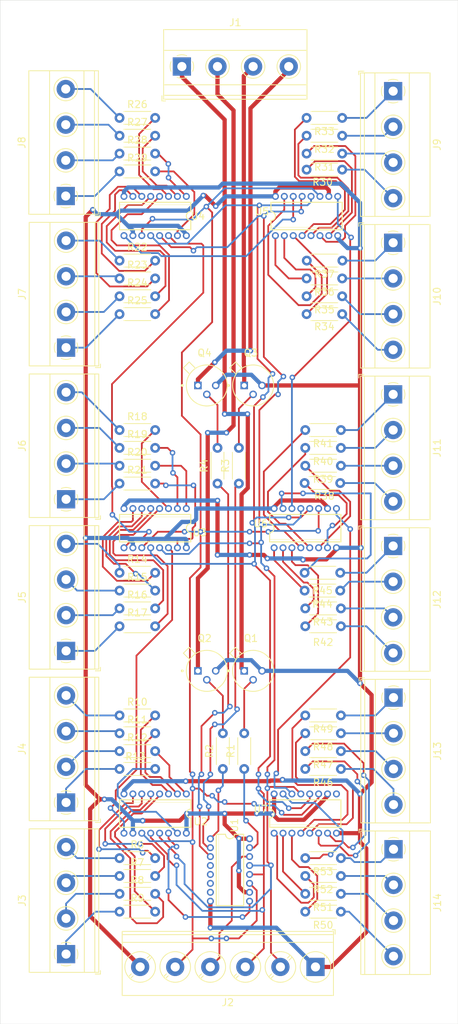
<source format=kicad_pcb>
(kicad_pcb (version 20211014) (generator pcbnew)
  (layers (0 "F.Cu" jumper) (31 "B.Cu" signal) (34 "B.Paste" user) (35 "F.Paste" user) (36 "B.SilkS" user "B.Silkscreen") (37 "F.SilkS" user "F.Silkscreen") (38 "B.Mask" user) (39 "F.Mask" user) (44 "Edge.Cuts" user))
  (net 0 "")
  (net 1 "Net-(J1-Pad1)")
  (net 2 "Net-(J1-Pad2)")
  (net 3 "Net-(J1-Pad3)")
  (net 4 "Net-(J1-Pad4)")
  (net 5 "GND")
  (net 6 "Net-(J2-Pad2)")
  (net 7 "Net-(J2-Pad3)")
  (net 8 "Net-(J2-Pad4)")
  (net 9 "Net-(J2-Pad5)")
  (net 10 "Net-(J3-Pad1)")
  (net 11 "Net-(J3-Pad2)")
  (net 12 "Net-(J3-Pad3)")
  (net 13 "Net-(J3-Pad4)")
  (net 14 "Net-(J4-Pad1)")
  (net 15 "Net-(J4-Pad2)")
  (net 16 "Net-(J4-Pad3)")
  (net 17 "Net-(J4-Pad4)")
  (net 18 "Net-(J5-Pad1)")
  (net 19 "Net-(J5-Pad2)")
  (net 20 "Net-(J5-Pad3)")
  (net 21 "Net-(J5-Pad4)")
  (net 22 "Net-(J6-Pad1)")
  (net 23 "Net-(J6-Pad2)")
  (net 24 "Net-(J6-Pad3)")
  (net 25 "Net-(J6-Pad4)")
  (net 26 "Net-(J7-Pad1)")
  (net 27 "Net-(J7-Pad2)")
  (net 28 "Net-(J7-Pad3)")
  (net 29 "Net-(J7-Pad4)")
  (net 30 "Net-(J8-Pad1)")
  (net 31 "Net-(J8-Pad2)")
  (net 32 "Net-(J8-Pad3)")
  (net 33 "Net-(J8-Pad4)")
  (net 34 "Net-(J9-Pad1)")
  (net 35 "Net-(J9-Pad2)")
  (net 36 "Net-(J9-Pad3)")
  (net 37 "Net-(J9-Pad4)")
  (net 38 "Net-(J10-Pad1)")
  (net 39 "Net-(J10-Pad2)")
  (net 40 "Net-(J10-Pad3)")
  (net 41 "Net-(J10-Pad4)")
  (net 42 "Net-(J11-Pad1)")
  (net 43 "Net-(J11-Pad2)")
  (net 44 "Net-(J11-Pad3)")
  (net 45 "Net-(J11-Pad4)")
  (net 46 "Net-(J12-Pad1)")
  (net 47 "Net-(J12-Pad2)")
  (net 48 "Net-(J12-Pad3)")
  (net 49 "Net-(J12-Pad4)")
  (net 50 "Net-(J13-Pad1)")
  (net 51 "Net-(J13-Pad2)")
  (net 52 "Net-(J13-Pad3)")
  (net 53 "Net-(J13-Pad4)")
  (net 54 "Net-(J14-Pad1)")
  (net 55 "Net-(J14-Pad2)")
  (net 56 "Net-(J14-Pad3)")
  (net 57 "Net-(J14-Pad4)")
  (net 58 "Net-(J2-Pad6)")
  (net 59 "Net-(Q1-Pad2)")
  (net 60 "Net-(Q2-Pad2)")
  (net 61 "Net-(Q3-Pad2)")
  (net 62 "Net-(R1-Pad1)")
  (net 63 "Net-(R2-Pad1)")
  (net 64 "Net-(R3-Pad1)")
  (net 65 "Net-(R4-Pad1)")
  (net 66 "Net-(R6-Pad2)")
  (net 67 "Net-(R7-Pad2)")
  (net 68 "Net-(R8-Pad2)")
  (net 69 "Net-(R9-Pad2)")
  (net 70 "Net-(R10-Pad2)")
  (net 71 "Net-(R11-Pad2)")
  (net 72 "Net-(R12-Pad2)")
  (net 73 "Net-(R13-Pad2)")
  (net 74 "Net-(R14-Pad2)")
  (net 75 "Net-(R15-Pad2)")
  (net 76 "Net-(R16-Pad2)")
  (net 77 "Net-(R17-Pad2)")
  (net 78 "Net-(R18-Pad2)")
  (net 79 "Net-(R19-Pad2)")
  (net 80 "Net-(R20-Pad2)")
  (net 81 "Net-(R21-Pad2)")
  (net 82 "Net-(R22-Pad2)")
  (net 83 "Net-(R23-Pad2)")
  (net 84 "Net-(R24-Pad2)")
  (net 85 "Net-(R25-Pad2)")
  (net 86 "Net-(R26-Pad2)")
  (net 87 "Net-(R27-Pad2)")
  (net 88 "Net-(R28-Pad2)")
  (net 89 "Net-(R29-Pad2)")
  (net 90 "Net-(R30-Pad2)")
  (net 91 "Net-(R31-Pad2)")
  (net 92 "Net-(R32-Pad2)")
  (net 93 "Net-(R33-Pad2)")
  (net 94 "Net-(R34-Pad2)")
  (net 95 "Net-(R35-Pad2)")
  (net 96 "Net-(R36-Pad2)")
  (net 97 "Net-(R37-Pad2)")
  (net 98 "Net-(R38-Pad2)")
  (net 99 "Net-(R39-Pad2)")
  (net 100 "Net-(R40-Pad2)")
  (net 101 "Net-(R41-Pad2)")
  (net 102 "Net-(R42-Pad2)")
  (net 103 "Net-(R43-Pad2)")
  (net 104 "Net-(R44-Pad2)")
  (net 105 "Net-(R45-Pad2)")
  (net 106 "Net-(R46-Pad2)")
  (net 107 "Net-(R47-Pad2)")
  (net 108 "Net-(R48-Pad2)")
  (net 109 "Net-(R49-Pad2)")
  (net 110 "Net-(R50-Pad2)")
  (net 111 "Net-(R51-Pad2)")
  (net 112 "Net-(R52-Pad2)")
  (net 113 "Net-(R53-Pad2)")
  (net 118 "Net-(U1-Pad9)")
  (net 119 "Net-(U2-Pad9)")
  (net 120 "Net-(U3-Pad9)")
  (net 121 "Net-(U4-Pad9)")
  (net 122 "Net-(U5-Pad9)")
  (net 123 "Net-(U6-Pad9)")
  (net 125 "Net-(Q4-Pad2)")
  (footprint "Resistor_THT:R_Axial_DIN0204_L3.6mm_D1.6mm_P5.08mm_Horizontal" (layer "F.Cu") (at 101.4146 85.09 180)
    (fp_text reference "R39")
    (fp_text value "330")
  )
  (footprint "74HC595:SO16" (layer "F.Cu") (at 96.3346 134.62)
    (fp_text reference "U7")
    (fp_text value "74HC595")
  )
  (footprint "Resistor_THT:R_Axial_DIN0204_L3.6mm_D1.6mm_P5.08mm_Horizontal" (layer "F.Cu") (at 69.85 58.42)
    (fp_text reference "R23")
    (fp_text value "330")
  )
  (footprint "74HC595:SO16" (layer "F.Cu") (at 74.93 134.62 180)
    (fp_text reference "U2")
    (fp_text value "74HC595")
  )
  (footprint "Resistor_THT:R_Axial_DIN0204_L3.6mm_D1.6mm_P5.08mm_Horizontal" (layer "F.Cu") (at 101.4146 140.97 180)
    (fp_text reference "R53")
    (fp_text value "330")
  )
  (footprint "TerminalBlock_Phoenix:TerminalBlock_Phoenix_MKDS-1,5-4-5.08_1x04_P5.08mm_Horizontal" (layer "F.Cu") (at 62.23 133.0452 90)
    (fp_text reference "J4")
    (fp_text value "Conn_01x04_Female")
  )
  (footprint "Resistor_THT:R_Axial_DIN0204_L3.6mm_D1.6mm_P5.08mm_Horizontal" (layer "F.Cu") (at 69.85 100.33)
    (fp_text reference "R14")
    (fp_text value "330")
  )
  (footprint "Resistor_THT:R_Axial_DIN0204_L3.6mm_D1.6mm_P5.08mm_Horizontal" (layer "F.Cu") (at 69.85 82.55)
    (fp_text reference "R19")
    (fp_text value "330")
  )
  (footprint "Resistor_THT:R_Axial_DIN0204_L3.6mm_D1.6mm_P5.08mm_Horizontal" (layer "F.Cu") (at 101.4146 125.73 180)
    (fp_text reference "R47")
    (fp_text value "330")
  )
  (footprint "TerminalBlock_Phoenix:TerminalBlock_Phoenix_MKDS-1,5-4-5.08_1x04_P5.08mm_Horizontal" (layer "F.Cu") (at 62.23 68.2752 90)
    (fp_text reference "J7")
    (fp_text value "Conn_01x04_Female")
  )
  (footprint "Resistor_THT:R_Axial_DIN0204_L3.6mm_D1.6mm_P5.08mm_Horizontal" (layer "F.Cu") (at 101.4146 146.05 180)
    (fp_text reference "R51")
    (fp_text value "330")
  )
  (footprint "Resistor_THT:R_Axial_DIN0204_L3.6mm_D1.6mm_P5.08mm_Horizontal" (layer "F.Cu") (at 69.85 105.41)
    (fp_text reference "R16")
    (fp_text value "330")
  )
  (footprint "Resistor_THT:R_Axial_DIN0204_L3.6mm_D1.6mm_P5.08mm_Horizontal" (layer "F.Cu") (at 69.85 63.5)
    (fp_text reference "R25")
    (fp_text value "330")
  )
  (footprint "74HC595:SO16" (layer "F.Cu") (at 74.93 49.53 180)
    (fp_text reference "U4")
    (fp_text value "74HC595")
  )
  (footprint "Resistor_THT:R_Axial_DIN0204_L3.6mm_D1.6mm_P5.08mm_Horizontal" (layer "F.Cu") (at 69.85 87.63)
    (fp_text reference "R21")
    (fp_text value "330")
  )
  (footprint "2N2222:TO127P584H533-3" (layer "F.Cu") (at 88.9 114.3)
    (fp_text reference "Q1")
    (fp_text value "2N2222")
  )
  (footprint "Resistor_THT:R_Axial_DIN0204_L3.6mm_D1.6mm_P5.08mm_Horizontal" (layer "F.Cu") (at 69.85 120.65)
    (fp_text reference "R10")
    (fp_text value "330")
  )
  (footprint "Resistor_THT:R_Axial_DIN0204_L3.6mm_D1.6mm_P5.08mm_Horizontal" (layer "F.Cu") (at 69.85 43.18)
    (fp_text reference "R29")
    (fp_text value "330")
  )
  (footprint "Resistor_THT:R_Axial_DIN0204_L3.6mm_D1.6mm_P5.08mm_Horizontal" (layer "F.Cu") (at 101.6 42.926 180)
    (fp_text reference "R30")
    (fp_text value "330")
  )
  (footprint "Resistor_THT:R_Axial_DIN0204_L3.6mm_D1.6mm_P5.08mm_Horizontal" (layer "F.Cu") (at 69.85 85.09)
    (fp_text reference "R20")
    (fp_text value "330")
  )
  (footprint "Resistor_THT:R_Axial_DIN0204_L3.6mm_D1.6mm_P5.08mm_Horizontal" (layer "F.Cu") (at 101.4146 148.59 180)
    (fp_text reference "R50")
    (fp_text value "330")
  )
  (footprint "Resistor_THT:R_Axial_DIN0204_L3.6mm_D1.6mm_P5.08mm_Horizontal" (layer "F.Cu") (at 101.4146 120.65 180)
    (fp_text reference "R49")
    (fp_text value "330")
  )
  (footprint "Resistor_THT:R_Axial_DIN0204_L3.6mm_D1.6mm_P5.08mm_Horizontal" (layer "F.Cu") (at 69.85 60.96)
    (fp_text reference "R24")
    (fp_text value "330")
  )
  (footprint "Resistor_THT:R_Axial_DIN0204_L3.6mm_D1.6mm_P5.08mm_Horizontal" (layer "F.Cu") (at 69.85 40.64)
    (fp_text reference "R28")
    (fp_text value "330")
  )
  (footprint "74HC595:SO16" (layer "F.Cu") (at 96.3346 93.98)
    (fp_text reference "U6")
    (fp_text value "74HC595")
  )
  (footprint "TerminalBlock_Phoenix:TerminalBlock_Phoenix_MKDS-1,5-4-5.08_1x04_P5.08mm_Horizontal" (layer "F.Cu") (at 108.864 31.75 -90)
    (fp_text reference "J9")
    (fp_text value "Conn_01x04_Female")
  )
  (footprint "TerminalBlock_Phoenix:TerminalBlock_Phoenix_MKDS-1,5-4-5.08_1x04_P5.08mm_Horizontal" (layer "F.Cu") (at 108.915 139.7 -90)
    (fp_text reference "J14")
    (fp_text value "Conn_01x04_Female")
  )
  (footprint "TerminalBlock_Phoenix:TerminalBlock_Phoenix_MKDS-1,5-4-5.08_1x04_P5.08mm_Horizontal" (layer "F.Cu") (at 108.864 74.93 -90)
    (fp_text reference "J11")
    (fp_text value "Conn_01x04_Female")
  )
  (footprint "TerminalBlock_Phoenix:TerminalBlock_Phoenix_MKDS-1,5-4-5.08_1x04_P5.08mm_Horizontal" (layer "F.Cu") (at 78.74 28.245)
    (fp_text reference "J1")
    (fp_text value "Conn_01x04_Female")
  )
  (footprint "Resistor_THT:R_Axial_DIN0204_L3.6mm_D1.6mm_P5.08mm_Horizontal" (layer "F.Cu") (at 101.3206 100.33 180)
    (fp_text reference "R45")
    (fp_text value "330")
  )
  (footprint "TerminalBlock_Phoenix:TerminalBlock_Phoenix_MKDS-1,5-4-5.08_1x04_P5.08mm_Horizontal" (layer "F.Cu") (at 108.864 96.52 -90)
    (fp_text reference "J12")
    (fp_text value "Conn_01x04_Female")
  )
  (footprint "Resistor_THT:R_Axial_DIN0204_L3.6mm_D1.6mm_P5.08mm_Horizontal" (layer "F.Cu") (at 101.6 40.64 180)
    (fp_text reference "R31")
    (fp_text value "330")
  )
  (footprint "2N2222:TO127P584H533-3" (layer "F.Cu") (at 82.296 114.3)
    (fp_text reference "Q2")
    (fp_text value "2N2222")
  )
  (footprint "Resistor_THT:R_Axial_DIN0204_L3.6mm_D1.6mm_P5.08mm_Horizontal" (layer "F.Cu") (at 101.4146 107.95 180)
    (fp_text reference "R42")
    (fp_text value "330")
  )
  (footprint "Resistor_THT:R_Axial_DIN0204_L3.6mm_D1.6mm_P5.08mm_Horizontal" (layer "F.Cu") (at 69.85 35.56)
    (fp_text reference "R26")
    (fp_text value "330")
  )
  (footprint "Resistor_THT:R_Axial_DIN0204_L3.6mm_D1.6mm_P5.08mm_Horizontal" (layer "F.Cu") (at 101.3206 102.87 180)
    (fp_text reference "R44")
    (fp_text value "330")
  )
  (footprint "TerminalBlock_Phoenix:TerminalBlock_Phoenix_MKDS-1,5-4-5.08_1x04_P5.08mm_Horizontal" (layer "F.Cu") (at 62.179 46.6852 90)
    (fp_text reference "J8")
    (fp_text value "Conn_01x04_Female")
  )
  (footprint "Resistor_THT:R_Axial_DIN0204_L3.6mm_D1.6mm_P5.08mm_Horizontal" (layer "F.Cu") (at 83.82 87.63 90)
    (fp_text reference "R4")
    (fp_text value "1000")
  )
  (footprint "Resistor_THT:R_Axial_DIN0204_L3.6mm_D1.6mm_P5.08mm_Horizontal" (layer "F.Cu") (at 101.6 60.96 180)
    (fp_text reference "R35")
    (fp_text value "330")
  )
  (footprint "Resistor_THT:R_Axial_DIN0204_L3.6mm_D1.6mm_P5.08mm_Horizontal" (layer "F.Cu") (at 101.4146 105.41 180)
    (fp_text reference "R43")
    (fp_text value "330")
  )
  (footprint "Resistor_THT:R_Axial_DIN0204_L3.6mm_D1.6mm_P5.08mm_Horizontal" (layer "F.Cu") (at 101.4146 123.19 180)
    (fp_text reference "R48")
    (fp_text value "330")
  )
  (footprint "2N2222:TO127P584H533-3" (layer "F.Cu") (at 82.296 73.66)
    (fp_text reference "Q4")
    (fp_text value "2N2222")
  )
  (footprint "Resistor_THT:R_Axial_DIN0204_L3.6mm_D1.6mm_P5.08mm_Horizontal" (layer "F.Cu") (at 101.4146 82.55 180)
    (fp_text reference "R40")
    (fp_text value "330")
  )
  (footprint "Resistor_THT:R_Axial_DIN0204_L3.6mm_D1.6mm_P5.08mm_Horizontal" (layer "F.Cu") (at 69.85 148.59)
    (fp_text reference "R9")
    (fp_text value "330")
  )
  (footprint "Resistor_THT:R_Axial_DIN0204_L3.6mm_D1.6mm_P5.08mm_Horizontal" (layer "F.Cu") (at 101.6 63.5 180)
    (fp_text reference "R34")
    (fp_text value "330")
  )
  (footprint "TerminalBlock_Phoenix:TerminalBlock_Phoenix_MKDS-1,5-4-5.08_1x04_P5.08mm_Horizontal" (layer "F.Cu") (at 108.915 118.11 -90)
    (fp_text reference "J13")
    (fp_text value "Conn_01x04_Female")
  )
  (footprint "Resistor_THT:R_Axial_DIN0204_L3.6mm_D1.6mm_P5.08mm_Horizontal" (layer "F.Cu") (at 86.868 87.63 90)
    (fp_text reference "R3")
    (fp_text value "1000")
  )
  (footprint "Resistor_THT:R_Axial_DIN0204_L3.6mm_D1.6mm_P5.08mm_Horizontal" (layer "F.Cu") (at 69.85 143.51)
    (fp_text reference "R7")
    (fp_text value "330")
  )
  (footprint "Resistor_THT:R_Axial_DIN0204_L3.6mm_D1.6mm_P5.08mm_Horizontal" (layer "F.Cu") (at 69.85 125.73)
    (fp_text reference "R12")
    (fp_text value "330")
  )
  (footprint "Resistor_THT:R_Axial_DIN0204_L3.6mm_D1.6mm_P5.08mm_Horizontal" (layer "F.Cu") (at 84.582 128.27 90)
    (fp_text reference "R2")
    (fp_text value "1000")
  )
  (footprint "74HC595:SO16" (layer "F.Cu") (at 85.598 142.654 -90)
    (fp_text reference "U1")
    (fp_text value "74HC595")
  )
  (footprint "Resistor_THT:R_Axial_DIN0204_L3.6mm_D1.6mm_P5.08mm_Horizontal" (layer "F.Cu") (at 101.6 58.42 180)
    (fp_text reference "R36")
    (fp_text value "330")
  )
  (footprint "Resistor_THT:R_Axial_DIN0204_L3.6mm_D1.6mm_P5.08mm_Horizontal" (layer "F.Cu") (at 69.85 123.19)
    (fp_text reference "R11")
    (fp_text value "330")
  )
  (footprint "Resistor_THT:R_Axial_DIN0204_L3.6mm_D1.6mm_P5.08mm_Horizontal" (layer "F.Cu") (at 101.3206 87.558 180)
    (fp_text reference "R38")
    (fp_text value "330")
  )
  (footprint "Resistor_THT:R_Axial_DIN0204_L3.6mm_D1.6mm_P5.08mm_Horizontal" (layer "F.Cu") (at 101.6 38.1 180)
    (fp_text reference "R32")
    (fp_text value "330")
  )
  (footprint "74HC595:SO16" (layer "F.Cu") (at 96.52 49.53)
    (fp_text reference "U5")
    (fp_text value "74HC595")
  )
  (footprint "Resistor_THT:R_Axial_DIN0204_L3.6mm_D1.6mm_P5.08mm_Horizontal" (layer "F.Cu") (at 69.85 146.05)
    (fp_text reference "R8")
    (fp_text value "330")
  )
  (footprint "Resistor_THT:R_Axial_DIN0204_L3.6mm_D1.6mm_P5.08mm_Horizontal" (layer "F.Cu") (at 69.85 107.95)
    (fp_text reference "R17")
    (fp_text value "330")
  )
  (footprint "Resistor_THT:R_Axial_DIN0204_L3.6mm_D1.6mm_P5.08mm_Horizontal" (layer "F.Cu") (at 87.63 128.27 90)
    (fp_text reference "R1")
    (fp_text value "1000")
  )
  (footprint "2N2222:TO127P584H533-3" (layer "F.Cu") (at 88.9 73.66)
    (fp_text reference "Q3")
    (fp_text value "2N2222")
  )
  (footprint "Resistor_THT:R_Axial_DIN0204_L3.6mm_D1.6mm_P5.08mm_Horizontal" (layer "F.Cu") (at 101.6274 55.88 180)
    (fp_text reference "R37")
    (fp_text value "330")
  )
  (footprint "Resistor_THT:R_Axial_DIN0204_L3.6mm_D1.6mm_P5.08mm_Horizontal" (layer "F.Cu") (at 69.85 140.97)
    (fp_text reference "R6")
    (fp_text value "330")
  )
  (footprint "Resistor_THT:R_Axial_DIN0204_L3.6mm_D1.6mm_P5.08mm_Horizontal" (layer "F.Cu") (at 101.4146 128.27 180)
    (fp_text reference "R46")
    (fp_text value "330")
  )
  (footprint "TerminalBlock_Phoenix:TerminalBlock_Phoenix_PT-1,5-6-5.0-H_1x06_P5.00mm_Horizontal" (layer "F.Cu") (at 97.79 156.464 180)
    (fp_text reference "J2")
    (fp_text value "Conn_01x06_Female")
  )
  (footprint "Resistor_THT:R_Axial_DIN0204_L3.6mm_D1.6mm_P5.08mm_Horizontal" (layer "F.Cu") (at 101.4146 143.51 180)
    (fp_text reference "R52")
    (fp_text value "330")
  )
  (footprint "Resistor_THT:R_Axial_DIN0204_L3.6mm_D1.6mm_P5.08mm_Horizontal" (layer "F.Cu") (at 69.85 128.27)
    (fp_text reference "R13")
    (fp_text value "330")
  )
  (footprint "Resistor_THT:R_Axial_DIN0204_L3.6mm_D1.6mm_P5.08mm_Horizontal" (layer "F.Cu") (at 69.85 102.87)
    (fp_text reference "R15")
    (fp_text value "330")
  )
  (footprint "Resistor_THT:R_Axial_DIN0204_L3.6mm_D1.6mm_P5.08mm_Horizontal" (layer "F.Cu") (at 69.85 38.1)
    (fp_text reference "R27")
    (fp_text value "330")
  )
  (footprint "TerminalBlock_Phoenix:TerminalBlock_Phoenix_MKDS-1,5-4-5.08_1x04_P5.08mm_Horizontal" (layer "F.Cu") (at 108.864 53.34 -90)
    (fp_text reference "J10")
    (fp_text value "Conn_01x04_Female")
  )
  (footprint "Resistor_THT:R_Axial_DIN0204_L3.6mm_D1.6mm_P5.08mm_Horizontal" (layer "F.Cu") (at 101.4146 80.01 180)
    (fp_text reference "R41")
    (fp_text value "330")
  )
  (footprint "Resistor_THT:R_Axial_DIN0204_L3.6mm_D1.6mm_P5.08mm_Horizontal" (layer "F.Cu") (at 69.85 80.01)
    (fp_text reference "R18")
    (fp_text value "330")
  )
  (footprint "74HC595:SO16" (layer "F.Cu") (at 74.93 93.98 180)
    (fp_text reference "U3")
    (fp_text value "74HC595")
  )
  (footprint "Resistor_THT:R_Axial_DIN0204_L3.6mm_D1.6mm_P5.08mm_Horizontal" (layer "F.Cu") (at 101.6 35.56 180)
    (fp_text reference "R33")
    (fp_text value "330")
  )
  (footprint "TerminalBlock_Phoenix:TerminalBlock_Phoenix_MKDS-1,5-4-5.08_1x04_P5.08mm_Horizontal" (layer "F.Cu") (at 62.23 89.8652 90)
    (fp_text reference "J6")
    (fp_text value "Conn_01x04_Female")
  )
  (footprint "TerminalBlock_Phoenix:TerminalBlock_Phoenix_MKDS-1,5-4-5.08_1x04_P5.08mm_Horizontal" (layer "F.Cu") (at 62.23 111.4552 90)
    (fp_text reference "J5")
    (fp_text value "Conn_01x04_Female")
  )
  (footprint "Resistor_THT:R_Axial_DIN0204_L3.6mm_D1.6mm_P5.08mm_Horizontal" (layer "F.Cu") (at 69.85 55.88)
    (fp_text reference "R22")
    (fp_text value "330")
  )
  (footprint "TerminalBlock_Phoenix:TerminalBlock_Phoenix_MKDS-1,5-4-5.08_1x04_P5.08mm_Horizontal" (layer "F.Cu") (at 62.23 154.6352 90)
    (fp_text reference "J3")
    (fp_text value "Conn_01x04_Female")
  )
  (gr_rect (start 118.11 164.592) (end 52.832 18.796) (layer "Edge.Cuts") (width 0.05) (fill none))
  (segment (start 84.836 77.724) (end 84.836 35.814) (width 0.6) (layer "F.Cu") (net 1))
  (segment (start 88.138 88.265) (end 87.249 89.154) (width 0.6) (layer "F.Cu") (net 1))
  (segment (start 87.249 113.919) (end 87.63 114.3) (width 0.6) (layer "F.Cu") (net 1))
  (segment (start 84.836 35.814) (end 78.74 29.718) (width 0.6) (layer "F.Cu") (net 1))
  (segment (start 78.74 29.718) (end 78.74 28.245) (width 0.6) (layer "F.Cu") (net 1))
  (segment (start 88.092989 77.724) (end 88.138 77.769011) (width 0.6) (layer "F.Cu") (net 1))
  (segment (start 88.138 77.769011) (end 88.138 88.265) (width 0.6) (layer "F.Cu") (net 1))
  (segment (start 87.249 89.154) (end 87.249 113.919) (width 0.6) (layer "F.Cu") (net 1))
  (via (at 88.092989 77.724) (size 0.8) (drill 0.4) (layers "F.Cu" "B.Cu") (net 1))
  (via (at 84.836 77.724) (size 0.8) (drill 0.4) (layers "F.Cu" "B.Cu") (net 1))
  (segment (start 88.092989 77.724) (end 84.836 77.724) (width 0.6) (layer "B.Cu") (net 1))
  (segment (start 81.026 101.092) (end 82.423 99.695) (width 0.6) (layer "F.Cu") (net 2))
  (segment (start 83.82 32.194308) (end 83.82 28.245) (width 0.6) (layer "F.Cu") (net 2))
  (segment (start 81.026 114.3) (end 81.026 101.092) (width 0.6) (layer "F.Cu") (net 2))
  (segment (start 82.423 99.695) (end 82.423 80.391) (width 0.6) (layer "F.Cu") (net 2))
  (segment (start 85.09 80.391) (end 86.106 79.375) (width 0.6) (layer "F.Cu") (net 2))
  (segment (start 86.106 79.375) (end 86.106 34.480308) (width 0.6) (layer "F.Cu") (net 2))
  (segment (start 86.106 34.480308) (end 83.82 32.194308) (width 0.6) (layer "F.Cu") (net 2))
  (via (at 85.09 80.391) (size 0.8) (drill 0.4) (layers "F.Cu" "B.Cu") (net 2))
  (via (at 82.423 80.391) (size 0.8) (drill 0.4) (layers "F.Cu" "B.Cu") (net 2))
  (segment (start 82.423 80.391) (end 85.09 80.391) (width 0.6) (layer "B.Cu") (net 2))
  (segment (start 87.63 73.66) (end 87.63 70.866) (width 0.6) (layer "F.Cu") (net 3))
  (segment (start 87.569489 70.805489) (end 87.569489 29.575511) (width 0.6) (layer "F.Cu") (net 3))
  (segment (start 87.569489 29.575511) (end 88.9 28.245) (width 0.6) (layer "F.Cu") (net 3))
  (segment (start 87.63 70.866) (end 87.569489 70.805489) (width 0.6) (layer "F.Cu") (net 3))
  (segment (start 88.519 68.707) (end 88.519 34.1885) (width 0.6) (layer "F.Cu") (net 4))
  (segment (start 93.98 28.7275) (end 93.98 28.245) (width 0.6) (layer "F.Cu") (net 4))
  (segment (start 88.519 34.1885) (end 93.98 28.7275) (width 0.6) (layer "F.Cu") (net 4))
  (segment (start 83.439 70.358) (end 81.026 72.771) (width 0.6) (layer "F.Cu") (net 4))
  (segment (start 81.026 72.771) (end 81.026 73.66) (width 0.6) (layer "F.Cu") (net 4))
  (via (at 83.439 70.358) (size 0.8) (drill 0.4) (layers "F.Cu" "B.Cu") (net 4))
  (via (at 88.519 68.707) (size 0.8) (drill 0.4) (layers "F.Cu" "B.Cu") (net 4))
  (segment (start 83.439 70.358) (end 85.09 68.707) (width 0.6) (layer "B.Cu") (net 4))
  (segment (start 85.09 68.707) (end 88.519 68.707) (width 0.6) (layer "B.Cu") (net 4))
  (segment (start 83.82 97.79) (end 83.82 90.043) (width 0.6) (layer "F.Cu") (net 5))
  (segment (start 91.385812 129.921) (end 91.292105 130.014707) (width 0.6) (layer "F.Cu") (net 5))
  (segment (start 105.029 139.573) (end 104.14 138.684) (width 0.6) (layer "F.Cu") (net 5))
  (segment (start 104.14 54.102) (end 104.14 96.647) (width 0.6) (layer "F.Cu") (net 5))
  (segment (start 90.424 97.79) (end 90.932 98.298) (width 0.6) (layer "F.Cu") (net 5))
  (segment (start 103.759 73.66) (end 90.17 73.66) (width 0.6) (layer "F.Cu") (net 5))
  (segment (start 104.14 131.826) (end 104.14 137.414) (width 0.6) (layer "F.Cu") (net 5))
  (segment (start 99.342834 98.425) (end 100.7796 96.988234) (width 0.6) (layer "F.Cu") (net 5))
  (segment (start 96.067989 98.425) (end 99.342834 98.425) (width 0.6) (layer "F.Cu") (net 5))
  (segment (start 105.029 151.511) (end 105.029 139.573) (width 0.6) (layer "F.Cu") (net 5))
  (segment (start 104.14 131.826) (end 105.791 130.175) (width 0.6) (layer "F.Cu") (net 5))
  (segment (start 104.14 138.684) (end 104.14 137.414) (width 0.6) (layer "F.Cu") (net 5))
  (segment (start 82.804 150.876) (end 82.804 147.099) (width 0.6) (layer "F.Cu") (net 5))
  (segment (start 100.7796 137.414) (end 104.14 137.414) (width 0.6) (layer "F.Cu") (net 5))
  (segment (start 93.091 129.794) (end 92.964 129.921) (width 0.6) (layer "F.Cu") (net 5))
  (segment (start 105.791 130.175) (end 105.791 117.729) (width 0.6) (layer "F.Cu") (net 5))
  (segment (start 100.076 156.464) (end 105.029 151.511) (width 0.6) (layer "F.Cu") (net 5))
  (segment (start 104.14 96.647) (end 104.267 96.774) (width 0.6) (layer "F.Cu") (net 5))
  (segment (start 96.012 98.480989) (end 96.067989 98.425) (width 0.6) (layer "F.Cu") (net 5))
  (segment (start 104.14 96.901) (end 104.267 96.774) (width 0.6) (layer "F.Cu") (net 5))
  (segment (start 92.964 129.921) (end 91.385812 129.921) (width 0.6) (layer "F.Cu") (net 5))
  (segment (start 91.292105 130.014707) (end 79.27902 130.014707) (width 0.6) (layer "F.Cu") (net 5))
  (segment (start 100.7796 96.988234) (end 100.7796 96.774) (width 0.6) (layer "F.Cu") (net 5))
  (segment (start 105.791 117.729) (end 104.14 116.078) (width 0.6) (layer "F.Cu") (net 5))
  (segment (start 97.79 156.464) (end 100.076 156.464) (width 0.6) (layer "F.Cu") (net 5))
  (segment (start 88.392 97.79) (end 90.424 97.79) (width 0.6) (layer "F.Cu") (net 5))
  (segment (start 104.14 116.078) (end 104.14 96.901) (width 0.6) (layer "F.Cu") (net 5))
  (via (at 104.14 131.826) (size 0.8) (drill 0.4) (layers "F.Cu" "B.Cu") (net 5))
  (via (at 82.804 150.876) (size 0.8) (drill 0.4) (layers "F.Cu" "B.Cu") (net 5))
  (via (at 83.82 90.043) (size 0.8) (drill 0.4) (layers "F.Cu" "B.Cu") (net 5))
  (via (at 79.27902 130.014707) (size 0.8) (drill 0.4) (layers "F.Cu" "B.Cu") (net 5))
  (via (at 104.14 116.078) (size 0.8) (drill 0.4) (layers "F.Cu" "B.Cu") (net 5))
  (via (at 104.267 96.774) (size 0.8) (drill 0.4) (layers "F.Cu" "B.Cu") (net 5))
  (via (at 90.932 98.298) (size 0.8) (drill 0.4) (layers "F.Cu" "B.Cu") (net 5))
  (via (at 83.82 97.79) (size 0.8) (drill 0.4) (layers "F.Cu" "B.Cu") (net 5))
  (via (at 93.091 129.794) (size 0.8) (drill 0.4) (layers "F.Cu" "B.Cu") (net 5))
  (via (at 88.392 97.79) (size 0.8) (drill 0.4) (layers "F.Cu" "B.Cu") (net 5))
  (via (at 104.14 54.102) (size 0.8) (drill 0.4) (layers "F.Cu" "B.Cu") (net 5))
  (via (at 96.012 98.480989) (size 0.8) (drill 0.4) (layers "F.Cu" "B.Cu") (net 5))
  (segment (start 85.09 112.776) (end 83.566 114.3) (width 0.6) (layer "B.Cu") (net 5))
  (segment (start 90.17 73.66) (end 88.646 72.136) (width 0.6) (layer "B.Cu") (net 5))
  (segment (start 104.267 96.774) (end 100.7796 96.774) (width 0.6) (layer "B.Cu") (net 5))
  (segment (start 70.485 131.318) (end 70.485 131.826) (width 0.6) (layer "B.Cu") (net 5))
  (segment (start 93.091 129.794) (end 93.218 129.921) (width 0.6) (layer "B.Cu") (net 5))
  (segment (start 88.646 112.776) (end 85.09 112.776) (width 0.6) (layer "B.Cu") (net 5))
  (segment (start 97.79 156.464) (end 92.202 150.876) (width 0.6) (layer "B.Cu") (net 5))
  (segment (start 92.202 150.876) (end 82.804 150.876) (width 0.6) (layer "B.Cu") (net 5))
  (segment (start 102.362 54.102) (end 100.965 52.705) (width 0.6) (layer "B.Cu") (net 5))
  (segment (start 104.14 47.641988) (end 101.416492 44.91848) (width 0.6) (layer "B.Cu") (net 5))
  (segment (start 83.82 90.043) (end 71.247 90.043) (width 0.6) (layer "B.Cu") (net 5))
  (segment (start 104.14 116.078) (end 102.362 114.3) (width 0.6) (layer "B.Cu") (net 5))
  (segment (start 83.82 97.79) (end 88.392 97.79) (width 0.6) (layer "B.Cu") (net 5))
  (segment (start 84.006998 45.466) (end 71.047894 45.466) (width 0.6) (layer "B.Cu") (net 5))
  (segment (start 88.646 72.136) (end 85.09 72.136) (width 0.6) (layer "B.Cu") (net 5))
  (segment (start 101.416492 44.91848) (end 84.554518 44.91848) (width 0.6) (layer "B.Cu") (net 5))
  (segment (start 79.27902 130.014707) (end 71.788293 130.014707) (width 0.6) (layer "B.Cu") (net 5))
  (segment (start 93.218 129.921) (end 102.235 129.921) (width 0.6) (layer "B.Cu") (net 5))
  (segment (start 90.17 114.3) (end 88.646 112.776) (width 0.6) (layer "B.Cu") (net 5))
  (segment (start 71.788293 130.014707) (end 70.485 131.318) (width 0.6) (layer "B.Cu") (net 5))
  (segment (start 70.485 46.028894) (end 70.485 46.736) (width 0.6) (layer "B.Cu") (net 5))
  (segment (start 84.554518 44.91848) (end 84.006998 45.466) (width 0.6) (layer "B.Cu") (net 5))
  (segment (start 104.14 54.102) (end 102.362 54.102) (width 0.6) (layer "B.Cu") (net 5))
  (segment (start 95.829011 98.298) (end 96.012 98.480989) (width 0.6) (layer "B.Cu") (net 5))
  (segment (start 90.932 98.298) (end 95.829011 98.298) (width 0.6) (layer "B.Cu") (net 5))
  (segment (start 71.247 90.043) (end 70.485 90.805) (width 0.6) (layer "B.Cu") (net 5))
  (segment (start 102.235 129.921) (end 104.14 131.826) (width 0.6) (layer "B.Cu") (net 5))
  (segment (start 71.047894 45.466) (end 70.485 46.028894) (width 0.6) (layer "B.Cu") (net 5))
  (segment (start 70.485 90.805) (end 70.485 91.186) (width 0.6) (layer "B.Cu") (net 5))
  (segment (start 85.09 72.136) (end 83.566 73.66) (width 0.6) (layer "B.Cu") (net 5))
  (segment (start 104.14 54.102) (end 104.14 47.641988) (width 0.6) (layer "B.Cu") (net 5))
  (segment (start 100.965 52.705) (end 100.965 52.324) (width 0.6) (layer "B.Cu") (net 5))
  (segment (start 102.362 114.3) (end 90.17 114.3) (width 0.6) (layer "B.Cu") (net 5))
  (segment (start 80.391 54.4705) (end 79.8955 53.975) (width 0.25) (layer "F.Cu") (net 6))
  (segment (start 79.8955 53.975) (end 77.216 53.975) (width 0.25) (layer "F.Cu") (net 6))
  (segment (start 92.79 155.782) (end 92.79 156.464) (width 0.25) (layer "F.Cu") (net 6))
  (segment (start 91.44 154.432) (end 92.79 155.782) (width 0.25) (layer "F.Cu") (net 6))
  (segment (start 90.805 99.695) (end 91.948 100.838) (width 0.25) (layer "F.Cu") (net 6))
  (segment (start 91.948 127) (end 90.932 128.016) (width 0.25) (layer "F.Cu") (net 6))
  (segment (start 89.916 96.139) (end 90.043 96.012) (width 0.25) (layer "F.Cu") (net 6))
  (segment (start 77.216 53.975) (end 75.565 52.324) (width 0.25) (layer "F.Cu") (net 6))
  (segment (start 90.424 49.53) (end 90.424 69.596) (width 0.25) (layer "F.Cu") (net 6))
  (segment (start 89.789 77.168325) (end 89.789 93.218) (width 0.25) (layer "F.Cu") (net 6))
  (segment (start 77.978 140.716) (end 77.978 140.434553) (width 0.25) (layer "F.Cu") (net 6))
  (segment (start 92.456 74.93) (end 92.027325 74.93) (width 0.25) (layer "F.Cu") (net 6))
  (segment (start 77.978 140.434553) (end 75.565 138.021553) (width 0.25) (layer "F.Cu") (net 6))
  (segment (start 95.758 48.895) (end 95.758 46.863) (width 0.25) (layer "F.Cu") (net 6))
  (segment (start 90.932 131.018196) (end 91.123027 130.827169) (width 0.25) (layer "F.Cu") (net 6))
  (segment (start 95.758 46.863) (end 95.885 46.736) (width 0.25) (layer "F.Cu") (net 6))
  (segment (start 91.123027 130.827169) (end 94.700769 130.827169) (width 0.25) (layer "F.Cu") (net 6))
  (segment (start 75.565 138.021553) (end 75.565 137.414) (width 0.25) (layer "F.Cu") (net 6))
  (segment (start 90.932 141.478) (end 91.44 141.986) (width 0.25) (layer "F.Cu") (net 6))
  (segment (start 88.392 96.139) (end 89.916 96.139) (width 0.25) (layer "F.Cu") (net 6))
  (segment (start 91.948 100.838) (end 91.948 127) (width 0.25) (layer "F.Cu") (net 6))
  (segment (start 94.700769 130.827169) (end 95.6996 131.826) (width 0.25) (layer "F.Cu") (net 6))
  (segment (start 90.424 69.596) (end 93.218 72.39) (width 0.25) (layer "F.Cu") (net 6))
  (segment (start 89.789 93.218) (end 90.043 93.472) (width 0.25) (layer "F.Cu") (net 6))
  (segment (start 90.932 131.018196) (end 90.932 141.478) (width 0.25) (layer "F.Cu") (net 6))
  (segment (start 90.932 128.016) (end 90.932 129.032) (width 0.25) (layer "F.Cu") (net 6))
  (segment (start 91.44 141.986) (end 91.44 154.432) (width 0.25) (layer "F.Cu") (net 6))
  (segment (start 92.027325 74.93) (end 89.789 77.168325) (width 0.25) (layer "F.Cu") (net 6))
  (via (at 90.424 49.53) (size 0.8) (drill 0.4) (layers "F.Cu" "B.Cu") (net 6))
  (via (at 93.218 72.39) (size 0.8) (drill 0.4) (layers "F.Cu" "B.Cu") (net 6))
  (via (at 90.805 99.695) (size 0.8) (drill 0.4) (layers "F.Cu" "B.Cu") (net 6))
  (via (at 88.392 96.139) (size 0.8) (drill 0.4) (layers "F.Cu" "B.Cu") (net 6))
  (via (at 90.932 131.018196) (size 0.8) (drill 0.4) (layers "F.Cu" "B.Cu") (net 6))
  (via (at 77.978 140.716) (size 0.8) (drill 0.4) (layers "F.Cu" "B.Cu") (net 6))
  (via (at 92.456 74.93) (size 0.8) (drill 0.4) (layers "F.Cu" "B.Cu") (net 6))
  (via (at 80.391 54.4705) (size 0.8) (drill 0.4) (layers "F.Cu" "B.Cu") (net 6))
  (via (at 90.043 93.472) (size 0.8) (drill 0.4) (layers "F.Cu" "B.Cu") (net 6))
  (via (at 90.043 96.012) (size 0.8) (drill 0.4) (layers "F.Cu" "B.Cu") (net 6))
  (via (at 95.758 48.895) (size 0.8) (drill 0.4) (layers "F.Cu" "B.Cu") (net 6))
  (via (at 90.932 129.032) (size 0.8) (drill 0.4) (layers "F.Cu" "B.Cu") (net 6))
  (via (at 91.44 141.986) (size 0.8) (drill 0.4) (layers "F.Cu" "B.Cu") (net 6))
  (segment (start 91.44 145.287746) (end 91.44 141.986) (width 0.25) (layer "B.Cu") (net 6))
  (segment (start 88.754235 147.973511) (end 91.44 145.287746) (width 0.25) (layer "B.Cu") (net 6))
  (segment (start 82.441511 147.973511) (end 88.754235 147.973511) (width 0.25) (layer "B.Cu") (net 6))
  (segment (start 90.043 93.472) (end 94.615 93.472) (width 0.25) (layer "B.Cu") (net 6))
  (segment (start 77.978 140.716) (end 79.121 141.859) (width 0.25) (layer "B.Cu") (net 6))
  (segment (start 85.217 53.975) (end 80.8865 53.975) (width 0.25) (layer "B.Cu") (net 6))
  (segment (start 79.737235 97.648511) (end 76.439511 97.648511) (width 0.25) (layer "B.Cu") (net 6))
  (segment (start 94.615 93.472) (end 95.6996 92.3874) (width 0.25) (layer "B.Cu") (net 6))
  (segment (start 91.44 141.986) (end 91.407 142.019) (width 0.25) (layer "B.Cu") (net 6))
  (segment locked (start 95.6996 92.3874) (end 95.6996 91.186) (width 0.25) (layer "B.Cu") (net 6))
  (segment (start 89.662 49.53) (end 85.217 53.975) (width 0.25) (layer "B.Cu") (net 6))
  (segment (start 91.407 142.019) (end 88.392 142.019) (width 0.25) (layer "B.Cu") (net 6))
  (segment (start 81.246746 96.139) (end 79.737235 97.648511) (width 0.25) (layer "B.Cu") (net 6))
  (segment (start 79.121 141.859) (end 79.121 144.653) (width 0.25) (layer "B.Cu") (net 6))
  (segment (start 79.121 144.653) (end 82.441511 147.973511) (width 0.25) (layer "B.Cu") (net 6))
  (segment (start 80.8865 53.975) (end 80.391 54.4705) (width 0.25) (layer "B.Cu") (net 6))
  (segment (start 88.392 96.139) (end 81.246746 96.139) (width 0.25) (layer "B.Cu") (net 6))
  (segment (start 90.043 96.012) (end 90.043 98.933) (width 0.25) (layer "B.Cu") (net 6))
  (segment (start 93.218 72.39) (end 92.456 73.152) (width 0.25) (layer "B.Cu") (net 6))
  (segment (start 90.043 96.012) (end 90.043 93.472) (width 0.25) (layer "B.Cu") (net 6))
  (segment (start 90.043 98.933) (end 90.805 99.695) (width 0.25) (layer "B.Cu") (net 6))
  (segment (start 90.424 49.53) (end 91.059 48.895) (width 0.25) (layer "B.Cu") (net 6))
  (segment (start 90.424 49.53) (end 89.662 49.53) (width 0.25) (layer "B.Cu") (net 6))
  (segment (start 90.932 129.032) (end 90.932 131.018196) (width 0.25) (layer "B.Cu") (net 6))
  (segment (start 92.456 73.152) (end 92.456 74.93) (width 0.25) (layer "B.Cu") (net 6))
  (segment (start 76.439511 97.648511) (end 75.565 96.774) (width 0.25) (layer "B.Cu") (net 6))
  (segment (start 91.059 48.895) (end 95.758 48.895) (width 0.25) (layer "B.Cu") (net 6))
  (segment (start 77.5716 141.986) (end 76.69952 141.11392) (width 0.25) (layer "F.Cu") (net 7))
  (segment (start 89.522489 48.272511) (end 89.789 48.006) (width 0.25) (layer "F.Cu") (net 7))
  (segment (start 76.69952 141.11392) (end 76.69952 140.445014) (width 0.25) (layer "F.Cu") (net 7))
  (segment (start 90.2075 148.336) (end 90.424 148.5525) (width 0.25) (layer "F.Cu") (net 7))
  (segment (start 93.98 92.456) (end 95.6996 92.456) (width 0.25) (layer "F.Cu") (net 7))
  (segment (start 90.391 143.289) (end 88.392 143.289) (width 0.25) (layer "F.Cu") (net 7))
  (segment (start 90.424 143.256) (end 90.391 143.289) (width 0.25) (layer "F.Cu") (net 7))
  (segment (start 74.295 138.040494) (end 74.295 137.414) (width 0.25) (layer "F.Cu") (net 7))
  (segment (start 90.424 148.1195) (end 90.424 143.256) (width 0.25) (layer "F.Cu") (net 7))
  (segment (start 90.297 75.311) (end 89.027 76.581) (width 0.25) (layer "F.Cu") (net 7))
  (segment (start 76.69952 140.445014) (end 74.295 138.040494) (width 0.25) (layer "F.Cu") (net 7))
  (segment (start 91.66733 72.005942) (end 89.522489 69.861101) (width 0.25) (layer "F.Cu") (net 7))
  (segment (start 89.662 129.032) (end 89.662 128.143) (width 0.25) (layer "F.Cu") (net 7))
  (segment (start 95.724614 133.858) (end 96.9696 132.613014) (width 0.25) (layer "F.Cu") (net 7))
  (segment (start 95.6996 92.456) (end 96.9696 91.186) (width 0.25) (layer "F.Cu") (net 7))
  (segment (start 91.313 126.492) (end 91.313 101.425325) (width 0.25) (layer "F.Cu") (net 7))
  (segment (start 90.424 131.826) (end 90.424 143.256) (width 0.25) (layer "F.Cu") (net 7))
  (segment (start 91.313 101.425325) (end 89.043497 99.155822) (width 0.25) (layer "F.Cu") (net 7))
  (segment (start 90.424 148.5525) (end 90.424 153.83) (width 0.25) (layer "F.Cu") (net 7))
  (segment (start 90.2075 148.336) (end 90.424 148.1195) (width 0.25) (layer "F.Cu") (net 7))
  (segment (start 89.027 92.964) (end 88.773 93.218) (width 0.25) (layer "F.Cu") (net 7))
  (segment (start 90.424 153.83) (end 87.79 156.464) (width 0.25) (layer "F.Cu") (net 7))
  (segment (start 96.9696 132.613014) (end 96.9696 131.826) (width 0.25) (layer "F.Cu") (net 7))
  (segment (start 93.98 133.858) (end 95.724614 133.858) (width 0.25) (layer "F.Cu") (net 7))
  (segment (start 89.043497 99.155822) (end 89.043497 99.06) (width 0.25) (layer "F.Cu") (net 7))
  (segment (start 89.522489 69.861101) (end 89.522489 48.272511) (width 0.25) (layer "F.Cu") (net 7))
  (segment (start 77.978 141.986) (end 77.5716 141.986) (width 0.25) (layer "F.Cu") (net 7))
  (segment (start 89.662 128.143) (end 91.313 126.492) (width 0.25) (layer "F.Cu") (net 7))
  (segment (start 89.662 131.064) (end 90.424 131.826) (width 0.25) (layer "F.Cu") (net 7))
  (segment (start 89.027 76.581) (end 89.027 92.964) (width 0.25) (layer "F.Cu") (net 7))
  (via (at 89.662 131.064) (size 0.8) (drill 0.4) (layers "F.Cu" "B.Cu") (net 7))
  (via (at 93.98 133.858) (size 0.8) (drill 0.4) (layers "F.Cu" "B.Cu") (net 7))
  (via (at 91.66733 72.005942) (size 0.8) (drill 0.4) (layers "F.Cu" "B.Cu") (net 7))
  (via (at 89.662 129.032) (size 0.8) (drill 0.4) (layers "F.Cu" "B.Cu") (net 7))
  (via (at 90.2075 148.336) (size 0.8) (drill 0.4) (layers "F.Cu" "B.Cu") (net 7))
  (via (at 89.043497 99.06) (size 0.8) (drill 0.4) (layers "F.Cu" "B.Cu") (net 7))
  (via (at 93.98 92.456) (size 0.8) (drill 0.4) (layers "F.Cu" "B.Cu") (net 7))
  (via (at 90.297 75.311) (size 0.8) (drill 0.4) (layers "F.Cu" "B.Cu") (net 7))
  (via (at 77.978 141.986) (size 0.8) (drill 0.4) (layers "F.Cu" "B.Cu") (net 7))
  (via (at 89.789 48.006) (size 0.8) (drill 0.4) (layers "F.Cu" "B.Cu") (net 7))
  (via (at 88.773 93.218) (size 0.8) (drill 0.4) (layers "F.Cu" "B.Cu") (net 7))
  (segment (start 97.155 47.498) (end 97.155 46.736) (width 0.25) (layer "B.Cu") (net 7))
  (segment (start 88.773 93.091) (end 89.408 92.456) (width 0.25) (layer "B.Cu") (net 7))
  (segment (start 75.438 53.467) (end 79.502 53.467) (width 0.25) (layer "B.Cu") (net 7))
  (segment (start 84.963 48.006) (end 89.789 48.006) (width 0.25) (layer "B.Cu") (net 7))
  (segment (start 93.091 132.969) (end 90.932 132.969) (width 0.25) (layer "B.Cu") (net 7))
  (segment (start 89.154 93.599) (end 89.154 94.154675) (width 0.25) (layer "B.Cu") (net 7))
  (segment (start 89.789 48.006) (end 96.647 48.006) (width 0.25) (layer "B.Cu") (net 7))
  (segment (start 75.819 99.06) (end 74.295 97.536) (width 0.25) (layer "B.Cu") (net 7))
  (segment (start 77.978 141.986) (end 77.978 144.78) (width 0.25) (layer "B.Cu") (net 7))
  (segment (start 81.671031 148.473031) (end 90.070469 148.473031) (width 0.25) (layer "B.Cu") (net 7))
  (segment (start 89.166511 98.936986) (end 89.043497 99.06) (width 0.25) (layer "B.Cu") (net 7))
  (segment (start 74.295 97.536) (end 74.295 96.774) (width 0.25) (layer "B.Cu") (net 7))
  (segment (start 79.502 53.467) (end 84.963 48.006) (width 0.25) (layer "B.Cu") (net 7))
  (segment (start 96.647 48.006) (end 97.155 47.498) (width 0.25) (layer "B.Cu") (net 7))
  (segment (start 89.662 131.064) (end 89.662 129.032) (width 0.25) (layer "B.Cu") (net 7))
  (segment (start 89.166511 94.167186) (end 89.166511 98.936986) (width 0.25) (layer "B.Cu") (net 7))
  (segment (start 89.154 94.154675) (end 89.166511 94.167186) (width 0.25) (layer "B.Cu") (net 7))
  (segment (start 88.773 93.218) (end 88.773 93.091) (width 0.25) (layer "B.Cu") (net 7))
  (segment (start 89.408 92.456) (end 93.98 92.456) (width 0.25) (layer "B.Cu") (net 7))
  (segment (start 74.295 52.324) (end 75.438 53.467) (width 0.25) (layer "B.Cu") (net 7))
  (segment (start 89.043497 99.06) (end 75.819 99.06) (width 0.25) (layer "B.Cu") (net 7))
  (segment (start 91.084511 72.588761) (end 91.084511 74.523489) (width 0.25) (layer "B.Cu") (net 7))
  (segment (start 90.070469 148.473031) (end 90.2075 148.336) (width 0.25) (layer "B.Cu") (net 7))
  (segment (start 88.773 93.218) (end 89.154 93.599) (width 0.25) (layer "B.Cu") (net 7))
  (segment (start 77.978 144.78) (end 81.671031 148.473031) (width 0.25) (layer "B.Cu") (net 7))
  (segment (start 91.66733 72.005942) (end 91.084511 72.588761) (width 0.25) (layer "B.Cu") (net 7))
  (segment (start 91.084511 74.523489) (end 90.297 75.311) (width 0.25) (layer "B.Cu") (net 7))
  (segment (start 93.98 133.858) (end 93.091 132.969) (width 0.25) (layer "B.Cu") (net 7))
  (segment (start 89.662 131.699) (end 89.662 131.064) (width 0.25) (layer "B.Cu") (net 7))
  (segment (start 90.932 132.969) (end 89.662 131.699) (width 0.25) (layer "B.Cu") (net 7))
  (segment (start 87.343 140.749) (end 88.392 140.749) (width 0.25) (layer "F.Cu") (net 8))
  (segment (start 84.09 155.164) (end 84.09 151.622) (width 0.25) (layer "F.Cu") (net 8))
  (segment (start 85.852 149.86) (end 85.852 142.24) (width 0.25) (layer "F.Cu") (net 8))
  (segment (start 82.79 156.464) (end 84.09 155.164) (width 0.25) (layer "F.Cu") (net 8))
  (segment (start 84.09 151.622) (end 85.852 149.86) (width 0.25) (layer "F.Cu") (net 8))
  (segment (start 85.852 142.24) (end 87.343 140.749) (width 0.25) (layer "F.Cu") (net 8))
  (segment (start 81.407 80.645) (end 78.74 77.978) (width 0.25) (layer "F.Cu") (net 9))
  (segment (start 77.79 156.464) (end 80.264 153.99) (width 0.25) (layer "F.Cu") (net 9))
  (segment (start 83.058 64.643) (end 83.058 49.022) (width 0.25) (layer "F.Cu") (net 9))
  (segment (start 81.407 94.488) (end 81.407 80.645) (width 0.25) (layer "F.Cu") (net 9))
  (segment (start 75.311 94.488) (end 73.025 96.774) (width 0.25) (layer "F.Cu") (net 9))
  (segment (start 81.407 94.488) (end 81.407 99.568) (width 0.25) (layer "F.Cu") (net 9))
  (segment (start 86.868 152.4) (end 89.408 149.86) (width 0.25) (layer "F.Cu") (net 9))
  (segment (start 95.834989 134.797011) (end 98.2396 132.3924) (width 0.25) (layer "F.Cu") (net 9))
  (segment (start 79.121 94.488) (end 75.311 94.488) (width 0.25) (layer "F.Cu") (net 9))
  (segment (start 85.09 133.223) (end 84.836 132.969) (width 0.25) (layer "F.Cu") (net 9))
  (segment (start 80.264 152.4) (end 80.264 138.684) (width 0.25) (layer "F.Cu") (net 9))
  (segment (start 98.171 94.361) (end 98.2396 94.2924) (width 0.25) (layer "F.Cu") (net 9))
  (segment (start 81.407 99.568) (end 79.883 101.092) (width 0.25) (layer "F.Cu") (net 9))
  (segment (start 78.74 68.961) (end 83.058 64.643) (width 0.25) (layer "F.Cu") (net 9))
  (segment (start 98.2396 94.2924) (end 98.2396 91.186) (width 0.25) (layer "F.Cu") (net 9))
  (segment (start 73.025 51.435) (end 73.025 52.324) (width 0.25) (layer "F.Cu") (net 9))
  (segment (start 74.549 49.911) (end 73.025 51.435) (width 0.25) (layer "F.Cu") (net 9))
  (segment (start 89.027 133.223) (end 85.09 133.223) (width 0.25) (layer "F.Cu") (net 9))
  (segment (start 80.264 138.684) (end 80.264 131.064) (width 0.25) (layer "F.Cu") (net 9))
  (segment (start 80.264 153.99) (end 80.264 152.4) (width 0.25) (layer "F.Cu") (net 9))
  (segment (start 80.264 152.4) (end 82.931 152.4) (width 0.25) (layer "F.Cu") (net 9))
  (segment (start 92.964 134.493) (end 93.268011 134.797011) (width 0.25) (layer "F.Cu") (net 9))
  (segment (start 81.28 131.064) (end 80.264 131.064) (width 0.25) (layer "F.Cu") (net 9))
  (segment (start 82.296 132.08) (end 81.28 131.064) (width 0.25) (layer "F.Cu") (net 9))
  (segment (start 83.058 132.08) (end 82.296 132.08) (width 0.25) (layer "F.Cu") (net 9))
  (segment (start 89.408 149.86) (end 89.408 145.575) (width 0.25) (layer "F.Cu") (net 9))
  (segment (start 93.268011 134.797011) (end 95.834989 134.797011) (width 0.25) (layer "F.Cu") (net 9))
  (segment (start 88.392 94.488) (end 91.059 94.488) (width 0.25) (layer "F.Cu") (net 9))
  (segment (start 85.09 152.4) (end 86.868 152.4) (width 0.25) (layer "F.Cu") (net 9))
  (segment (start 78.74 77.978) (end 78.74 68.961) (width 0.25) (layer "F.Cu") (net 9))
  (segment (start 79.883 101.092) (end 79.883 128.651) (width 0.25) (layer "F.Cu") (net 9))
  (segment (start 98.2396 132.3924) (end 98.2396 131.826) (width 0.25) (layer "F.Cu") (net 9))
  (segment (start 89.408 145.575) (end 88.392 144.559) (width 0.25) (layer "F.Cu") (net 9))
  (segment (start 83.058 49.022) (end 82.231457 48.195457) (width 0.25) (layer "F.Cu") (net 9))
  (segment (start 79.883 128.651) (end 80.264 129.032) (width 0.25) (layer "F.Cu") (net 9))
  (via (at 89.027 133.223) (size 0.8) (drill 0.4) (layers "F.Cu" "B.Cu") (net 9))
  (via (at 80.264 131.064) (size 0.8) (drill 0.4) (layers "F.Cu" "B.Cu") (net 9))
  (via (at 92.964 134.493) (size 0.8) (drill 0.4) (layers "F.Cu" "B.Cu") (net 9))
  (via (at 85.09 152.4) (size 0.8) (drill 0.4) (layers "F.Cu" "B.Cu") (net 9))
  (via (at 81.407 94.488) (size 0.8) (drill 0.4) (layers "F.Cu" "B.Cu") (net 9))
  (via (at 80.264 129.032) (size 0.8) (drill 0.4) (layers "F.Cu" "B.Cu") (net 9))
  (via (at 98.171 94.361) (size 0.8) (drill 0.4) (layers "F.Cu" "B.Cu") (net 9))
  (via (at 79.121 94.488) (size 0.8) (drill 0.4) (layers "F.Cu" "B.Cu") (net 9))
  (via (at 91.059 94.488) (size 0.8) (drill 0.4) (layers "F.Cu" "B.Cu") (net 9))
  (via (at 80.264 138.684) (size 0.8) (drill 0.4) (layers "F.Cu" "B.Cu") (net 9))
  (via (at 74.549 49.911) (size 0.8) (drill 0.4) (layers "F.Cu" "B.Cu") (net 9))
  (via (at 82.931 152.4) (size 0.8) (drill 0.4) (layers "F.Cu" "B.Cu") (net 9))
  (via (at 82.231457 48.195457) (size 0.8) (drill 0.4) (layers "F.Cu" "B.Cu") (net 9))
  (via (at 83.058 132.08) (size 0.8) (drill 0.4) (layers "F.Cu" "B.Cu") (net 9))
  (via (at 88.392 94.488) (size 0.8) (drill 0.4) (layers "F.Cu" "B.Cu") (net 9))
  (via (at 84.836 132.969) (size 0.8) (drill 0.4) (layers "F.Cu" "B.Cu") (net 9))
  (segment (start 80.264 131.064) (end 80.264 129.032) (width 0.25) (layer "B.Cu") (net 9))
  (segment (start 80.264 138.684) (end 80.137 138.557) (width 0.25) (layer "B.Cu") (net 9))
  (segment (start 82.931 152.4) (end 85.09 152.4) (width 0.25) (layer "B.Cu") (net 9))
  (segment (start 74.676 50.038) (end 80.264 50.038) (width 0.25) (layer "B.Cu") (net 9))
  (segment (start 83.947 132.969) (end 83.058 132.08) (width 0.25) (layer "B.Cu") (net 9))
  (segment (start 81.407 94.488) (end 88.392 94.488) (width 0.25) (layer "B.Cu") (net 9))
  (segment (start 84.833914 45.593) (end 97.282 45.593) (width 0.25) (layer "B.Cu") (net 9))
  (segment (start 91.186 94.361) (end 91.059 94.488) (width 0.25) (layer "B.Cu") (net 9))
  (segment (start 74.549 49.911) (end 74.676 50.038) (width 0.25) (layer "B.Cu") (net 9))
  (segment (start 91.93952 133.46852) (end 92.964 134.493) (width 0.25) (layer "B.Cu") (net 9))
  (segment (start 82.231457 48.195457) (end 84.833914 45.593) (width 0.25) (layer "B.Cu") (net 9))
  (segment (start 98.171 94.361) (end 91.186 94.361) (width 0.25) (layer "B.Cu") (net 9))
  (segment (start 82.106543 48.195457) (end 82.231457 48.195457) (width 0.25) (layer "B.Cu") (net 9))
  (segment (start 97.282 45.593) (end 98.425 46.736) (width 0.25) (layer "B.Cu") (net 9))
  (segment (start 80.264 50.038) (end 82.106543 48.195457) (width 0.25) (layer "B.Cu") (net 9))
  (segment (start 80.137 138.557) (end 74.168 138.557) (width 0.25) (layer "B.Cu") (net 9))
  (segment (start 84.836 132.969) (end 83.947 132.969) (width 0.25) (layer "B.Cu") (net 9))
  (segment (start 89.27252 133.46852) (end 91.93952 133.46852) (width 0.25) (layer "B.Cu") (net 9))
  (segment (start 89.027 133.223) (end 89.27252 133.46852) (width 0.25) (layer "B.Cu") (net 9))
  (segment (start 79.121 94.488) (end 81.407 94.488) (width 0.25) (layer "B.Cu") (net 9))
  (segment (start 74.168 138.557) (end 73.025 137.414) (width 0.25) (layer "B.Cu") (net 9))
  (segment (start 62.23 152.781) (end 66.421 148.59) (width 0.25) (layer "B.Cu") (net 10))
  (segment (start 66.421 148.59) (end 69.85 148.59) (width 0.25) (layer "B.Cu") (net 10))
  (segment (start 62.23 154.6352) (end 62.23 152.781) (width 0.25) (layer "B.Cu") (net 10))
  (segment (start 62.23 147.447) (end 63.627 146.05) (width 0.25) (layer "B.Cu") (net 11))
  (segment (start 62.23 149.5552) (end 62.23 147.447) (width 0.25) (layer "B.Cu") (net 11))
  (segment (start 63.627 146.05) (end 69.85 146.05) (width 0.25) (layer "B.Cu") (net 11))
  (segment (start 63.1952 143.51) (end 69.85 143.51) (width 0.25) (layer "B.Cu") (net 12))
  (segment (start 62.23 144.4752) (end 63.1952 143.51) (width 0.25) (layer "B.Cu") (net 12))
  (segment (start 63.8048 140.97) (end 69.85 140.97) (width 0.25) (layer "B.Cu") (net 13))
  (segment (start 62.23 139.3952) (end 63.8048 140.97) (width 0.25) (layer "B.Cu") (net 13))
  (segment (start 62.23 133.0452) (end 62.23 131.064) (width 0.25) (layer "B.Cu") (net 14))
  (segment (start 65.024 128.27) (end 69.85 128.27) (width 0.25) (layer "B.Cu") (net 14))
  (segment (start 62.23 131.064) (end 65.024 128.27) (width 0.25) (layer "B.Cu") (net 14))
  (segment (start 62.23 127.9652) (end 64.4652 125.73) (width 0.25) (layer "B.Cu") (net 15))
  (segment (start 64.4652 125.73) (end 69.85 125.73) (width 0.25) (layer "B.Cu") (net 15))
  (segment (start 69.5452 122.8852) (end 69.85 123.19) (width 0.25) (layer "B.Cu") (net 16))
  (segment (start 62.23 122.8852) (end 69.5452 122.8852) (width 0.25) (layer "B.Cu") (net 16))
  (segment (start 65.0748 120.65) (end 69.85 120.65) (width 0.25) (layer "B.Cu") (net 17))
  (segment (start 62.23 117.8052) (end 65.0748 120.65) (width 0.25) (layer "B.Cu") (net 17))
  (segment (start 66.3448 111.4552) (end 69.85 107.95) (width 0.25) (layer "B.Cu") (net 18))
  (segment (start 62.23 111.4552) (end 66.3448 111.4552) (width 0.25) (layer "B.Cu") (net 18))
  (segment (start 68.8848 106.3752) (end 69.85 105.41) (width 0.25) (layer "B.Cu") (net 19))
  (segment (start 62.23 106.3752) (end 68.8848 106.3752) (width 0.25) (layer "B.Cu") (net 19))
  (segment (start 63.8048 102.87) (end 69.85 102.87) (width 0.25) (layer "B.Cu") (net 20))
  (segment (start 62.23 101.2952) (end 63.8048 102.87) (width 0.25) (layer "B.Cu") (net 20))
  (segment (start 62.23 96.2152) (end 66.7512 96.2152) (width 0.25) (layer "B.Cu") (net 21))
  (segment (start 69.85 99.314) (end 69.85 100.33) (width 0.25) (layer "B.Cu") (net 21))
  (segment (start 66.7512 96.2152) (end 69.85 99.314) (width 0.25) (layer "B.Cu") (net 21))
  (segment (start 67.6148 89.8652) (end 69.85 87.63) (width 0.25) (layer "B.Cu") (net 22))
  (segment (start 62.23 89.8652) (end 67.6148 89.8652) (width 0.25) (layer "B.Cu") (net 22))
  (segment (start 69.5452 84.7852) (end 69.85 85.09) (width 0.25) (layer "B.Cu") (net 23))
  (segment (start 62.23 84.7852) (end 69.5452 84.7852) (width 0.25) (layer "B.Cu") (net 23))
  (segment (start 62.23 79.7052) (end 67.0052 79.7052) (width 0.25) (layer "B.Cu") (net 24))
  (segment (start 67.0052 79.7052) (end 69.85 82.55) (width 0.25) (layer "B.Cu") (net 24))
  (segment (start 62.23 74.6252) (end 64.4652 74.6252) (width 0.25) (layer "B.Cu") (net 25))
  (segment (start 64.4652 74.6252) (end 69.85 80.01) (width 0.25) (layer "B.Cu") (net 25))
  (segment (start 62.23 68.2752) (end 65.0748 68.2752) (width 0.25) (layer "B.Cu") (net 26))
  (segment (start 65.0748 68.2752) (end 69.85 63.5) (width 0.25) (layer "B.Cu") (net 26))
  (segment (start 62.23 63.1952) (end 67.6148 63.1952) (width 0.25) (layer "B.Cu") (net 27))
  (segment (start 67.6148 63.1952) (end 69.85 60.96) (width 0.25) (layer "B.Cu") (net 27))
  (segment (start 69.5452 58.1152) (end 69.85 58.42) (width 0.25) (layer "B.Cu") (net 28))
  (segment (start 62.23 58.1152) (end 69.5452 58.1152) (width 0.25) (layer "B.Cu") (net 28))
  (segment (start 67.0052 53.0352) (end 69.85 55.88) (width 0.25) (layer "B.Cu") (net 29))
  (segment (start 62.23 53.0352) (end 67.0052 53.0352) (width 0.25) (layer "B.Cu") (net 29))
  (segment (start 66.3448 46.6852) (end 69.85 43.18) (width 0.25) (layer "B.Cu") (net 30))
  (segment (start 62.179 46.6852) (end 66.3448 46.6852) (width 0.25) (layer "B.Cu") (net 30))
  (segment (start 62.179 41.6052) (end 68.8848 41.6052) (width 0.25) (layer "B.Cu") (net 31))
  (segment (start 68.8848 41.6052) (end 69.85 40.64) (width 0.25) (layer "B.Cu") (net 31))
  (segment (start 68.2752 36.5252) (end 69.85 38.1) (width 0.25) (layer "B.Cu") (net 32))
  (segment (start 62.179 36.5252) (end 68.2752 36.5252) (width 0.25) (layer "B.Cu") (net 32))
  (segment (start 65.7352 31.4452) (end 69.85 35.56) (width 0.25) (layer "B.Cu") (net 33))
  (segment (start 62.179 31.4452) (end 65.7352 31.4452) (width 0.25) (layer "B.Cu") (net 33))
  (segment (start 105.054 35.56) (end 108.864 31.75) (width 0.25) (layer "B.Cu") (net 34))
  (segment (start 101.6 35.56) (end 105.054 35.56) (width 0.25) (layer "B.Cu") (net 34))
  (segment (start 107.594 38.1) (end 108.864 36.83) (width 0.25) (layer "B.Cu") (net 35))
  (segment (start 101.6 38.1) (end 107.594 38.1) (width 0.25) (layer "B.Cu") (net 35))
  (segment (start 107.594 40.64) (end 108.864 41.91) (width 0.25) (layer "B.Cu") (net 36))
  (segment (start 101.6 40.64) (end 107.594 40.64) (width 0.25) (layer "B.Cu") (net 36))
  (segment (start 101.6 42.926) (end 104.8 42.926) (width 0.25) (layer "B.Cu") (net 37))
  (segment (start 104.8 42.926) (end 108.864 46.99) (width 0.25) (layer "B.Cu") (net 37))
  (segment (start 106.324 55.88) (end 108.864 53.34) (width 0.25) (layer "B.Cu") (net 38))
  (segment (start 101.6274 55.88) (end 106.324 55.88) (width 0.25) (layer "B.Cu") (net 38))
  (segment (start 101.6 58.42) (end 108.864 58.42) (width 0.25) (layer "B.Cu") (net 39))
  (segment (start 104.14 63.5) (end 108.864 63.5) (width 0.25) (layer "B.Cu") (net 40))
  (segment (start 101.6 60.96) (end 104.14 63.5) (width 0.25) (layer "B.Cu") (net 40))
  (segment (start 101.6 63.5) (end 106.68 68.58) (width 0.25) (layer "B.Cu") (net 41))
  (segment (start 106.68 68.58) (end 108.864 68.58) (width 0.25) (layer "B.Cu") (net 41))
  (segment (start 101.4146 80.01) (end 103.784 80.01) (width 0.25) (layer "B.Cu") (net 42))
  (segment (start 103.784 80.01) (end 108.864 74.93) (width 0.25) (layer "B.Cu") (net 42))
  (segment (start 101.4146 82.55) (end 106.324 82.55) (width 0.25) (layer "B.Cu") (net 43))
  (segment (start 106.324 82.55) (end 108.864 80.01) (width 0.25) (layer "B.Cu") (net 43))
  (segment (start 101.4146 85.09) (end 108.864 85.09) (width 0.25) (layer "B.Cu") (net 44))
  (segment (start 106.252 87.558) (end 108.864 90.17) (width 0.25) (layer "B.Cu") (net 45))
  (segment (start 101.3206 87.558) (end 106.252 87.558) (width 0.25) (layer "B.Cu") (net 45))
  (segment (start 101.3206 100.33) (end 105.054 100.33) (width 0.25) (layer "B.Cu") (net 46))
  (segment (start 105.054 100.33) (end 108.864 96.52) (width 0.25) (layer "B.Cu") (net 46))
  (segment (start 102.5906 101.6) (end 108.864 101.6) (width 0.25) (layer "B.Cu") (net 47))
  (segment (start 101.3206 102.87) (end 102.5906 101.6) (width 0.25) (layer "B.Cu") (net 47))
  (segment (start 107.594 105.41) (end 108.864 106.68) (width 0.25) (layer "B.Cu") (net 48))
  (segment (start 101.4146 105.41) (end 107.594 105.41) (width 0.25) (layer "B.Cu") (net 48))
  (segment (start 105.054 107.95) (end 108.864 111.76) (width 0.25) (layer "B.Cu") (net 49))
  (segment (start 101.4146 107.95) (end 105.054 107.95) (width 0.25) (layer "B.Cu") (net 49))
  (segment (start 101.4146 120.65) (end 106.375 120.65) (width 0.25) (layer "B.Cu") (net 50))
  (segment (start 106.375 120.65) (end 108.915 118.11) (width 0.25) (layer "B.Cu") (net 50))
  (segment (start 101.4146 123.19) (end 108.915 123.19) (width 0.25) (layer "B.Cu") (net 51))
  (segment (start 101.4146 125.73) (end 106.375 125.73) (width 0.25) (layer "B.Cu") (net 52))
  (segment (start 106.375 125.73) (end 108.915 128.27) (width 0.25) (layer "B.Cu") (net 52))
  (segment (start 106.045 128.27) (end 108.915 131.14) (width 0.25) (layer "B.Cu") (net 53))
  (segment (start 108.915 131.14) (end 108.915 133.35) (width 0.25) (layer "B.Cu") (net 53))
  (segment (start 101.4146 128.27) (end 106.045 128.27) (width 0.25) (layer "B.Cu") (net 53))
  (segment (start 103.3272 141.5288) (end 107.0862 141.5288) (width 0.25) (layer "B.Cu") (net 54))
  (segment (start 101.4146 140.97) (end 102.7684 140.97) (width 0.25) (layer "B.Cu") (net 54))
  (segment (start 102.7684 140.97) (end 103.3272 141.5288) (width 0.25) (layer "B.Cu") (net 54))
  (segment (start 107.0862 141.5288) (end 108.915 139.7) (width 0.25) (layer "B.Cu") (net 54))
  (segment (start 107.645 143.51) (end 108.915 144.78) (width 0.25) (layer "B.Cu") (net 55))
  (segment (start 101.4146 143.51) (end 107.645 143.51) (width 0.25) (layer "B.Cu") (net 55))
  (segment (start 101.4146 146.05) (end 105.105 146.05) (width 0.25) (layer "B.Cu") (net 56))
  (segment (start 105.105 146.05) (end 108.915 149.86) (width 0.25) (layer "B.Cu") (net 56))
  (segment (start 101.4146 148.59) (end 102.565 148.59) (width 0.25) (layer "B.Cu") (net 57))
  (segment (start 102.565 148.59) (end 108.915 154.94) (width 0.25) (layer "B.Cu") (net 57))
  (segment (start 92.075 46.028894) (end 92.629824 45.47407) (width 0.6) (layer "F.Cu") (net 58))
  (segment (start 98.580834 90.043) (end 99.5096 90.971766) (width 0.6) (layer "F.Cu") (net 58))
  (segment (start 67.056 132.588) (end 67.691 132.588) (width 0.6) (layer "F.Cu") (net 58))
  (segment (start 92.075 46.736) (end 92.075 46.028894) (width 0.6) (layer "F.Cu") (net 58))
  (segment (start 96.139 135.509) (end 99.568 132.08) (width 0.6) (layer "F.Cu") (net 58))
  (segment (start 82.042 46.609) (end 83.566 48.133) (width 0.6) (layer "F.Cu") (net 58))
  (segment (start 78.4352 135.636) (end 73.152 135.636) (width 0.6) (layer "F.Cu") (net 58))
  (segment (start 99.695 45.855071) (end 99.695 46.736) (width 0.6) (layer "F.Cu") (net 58))
  (segment (start 91.8896 90.971766) (end 92.818366 90.043) (width 0.6) (layer "F.Cu") (net 58))
  (segment (start 92.629824 45.47407) (end 99.314 45.474071) (width 0.6) (layer "F.Cu") (net 58))
  (segment (start 86.901 138.209) (end 88.392 138.209) (width 0.6) (layer "F.Cu") (net 58))
  (segment (start 84.836 136.144) (end 84.836 134.62) (width 0.6) (layer "F.Cu") (net 58))
  (segment (start 87.684894 145.829) (end 88.392 145.829) (width 0.6) (layer "F.Cu") (net 58))
  (segment (start 65.024 95.377) (end 65.024 130.556) (width 0.6) (layer "F.Cu") (net 58))
  (segment (start 99.5096 90.971766) (end 99.5096 91.186) (width 0.6) (layer "F.Cu") (net 58))
  (segment (start 81.788 46.609) (end 82.042 46.609) (width 0.6) (layer "F.Cu") (net 58))
  (segment (start 92.4685 135.509) (end 96.139 135.509) (width 0.6) (layer "F.Cu") (net 58))
  (segment (start 86.868 138.176) (end 84.836 136.144) (width 0.6) (layer "F.Cu") (net 58))
  (segment (start 65.024 95.377) (end 65.024 49.657) (width 0.6) (layer "F.Cu") (net 58))
  (segment (start 91.8896 134.5639) (end 91.8896 131.826) (width 0.6) (layer "F.Cu") (net 58))
  (segment (start 65.024 130.556) (end 67.056 132.588) (width 0.6) (layer "F.Cu") (net 58))
  (segment (start 86.868 145.012106) (end 87.684894 145.829) (width 0.6) (layer "F.Cu") (net 58))
  (segment (start 99.314 45.474071) (end 99.695 45.855071) (width 0.6) (layer "F.Cu") (net 58))
  (segment (start 72.79 156.464) (end 72.79 156.356) (width 0.6) (layer "F.Cu") (net 58))
  (segment (start 84.836 134.62) (end 89.408 134.62) (width 0.6) (layer "F.Cu") (net 58))
  (segment (start 86.868 142.748) (end 86.868 145.012106) (width 0.6) (layer "F.Cu") (net 58))
  (segment (start 65.659 133.985) (end 67.056 132.588) (width 0.6) (layer "F.Cu") (net 58))
  (segment (start 86.868 138.176) (end 86.901 138.209) (width 0.6) (layer "F.Cu") (net 58))
  (segment (start 72.79 156.356) (end 65.659 149.225) (width 0.6) (layer "F.Cu") (net 58))
  (segment (start 65.659 149.225) (end 65.659 133.985) (width 0.6) (layer "F.Cu") (net 58))
  (segment (start 91.7065 134.747) (end 92.4685 135.509) (width 0.6) (layer "F.Cu") (net 58))
  (segment (start 65.024 49.657) (end 66.04 48.641) (width 0.6) (layer "F.Cu") (net 58))
  (segment (start 79.4512 134.62) (end 78.4352 135.636) (width 0.6) (layer "F.Cu") (net 58))
  (segment (start 91.7065 134.747) (end 91.8896 134.5639) (width 0.6) (layer "F.Cu") (net 58))
  (segment (start 91.8896 91.186) (end 91.8896 90.971766) (width 0.6) (layer "F.Cu") (net 58))
  (segment (start 92.818366 90.043) (end 98.580834 90.043) (width 0.6) (layer "F.Cu") (net 58))
  (via (at 91.7065 134.747) (size 0.8) (drill 0.4) (layers "F.Cu" "B.Cu") (net 58))
  (via (at 67.691 132.588) (size 0.8) (drill 0.4) (layers "F.Cu" "B.Cu") (net 58))
  (via (at 65.024 95.377) (size 0.8) (drill 0.4) (layers "F.Cu" "B.Cu") (net 58))
  (via (at 81.788 46.609) (size 0.8) (drill 0.4) (layers "F.Cu" "B.Cu") (net 58))
  (via (at 83.566 48.133) (size 0.8) (drill 0.4) (layers "F.Cu" "B.Cu") (net 58))
  (via (at 84.836 134.62) (size 0.8) (drill 0.4) (layers "F.Cu" "B.Cu") (net 58))
  (via (at 79.4512 134.62) (size 0.8) (drill 0.4) (layers "F.Cu" "B.Cu") (net 58))
  (via (at 89.408 134.62) (size 0.8) (drill 0.4) (layers "F.Cu" "B.Cu") (net 58))
  (via (at 73.152 135.636) (size 0.8) (drill 0.4) (layers "F.Cu" "B.Cu") (net 58))
  (via (at 66.04 48.641) (size 0.8) (drill 0.4) (layers "F.Cu" "B.Cu") (net 58))
  (via (at 86.868 138.176) (size 0.8) (drill 0.4) (layers "F.Cu" "B.Cu") (net 58))
  (via (at 86.868 142.748) (size 0.8) (drill 0.4) (layers "F.Cu" "B.Cu") (net 58))
  (segment (start 79.4512 134.62) (end 79.4004 134.6708) (width 0.6) (layer "B.Cu") (net 58))
  (segment (start 71.755 135.636) (end 73.152 135.636) (width 0.6) (layer "B.Cu") (net 58))
  (segment (start 80.391 93.091) (end 80.788523 92.693477) (width 0.6) (layer "B.Cu") (net 58))
  (segment (start 79.4004 137.3886) (end 79.375 137.414) (width 0.6) (layer "B.Cu") (net 58))
  (segment (start 84.963 46.736) (end 92.075 46.736) (width 0.6) (layer "B.Cu") (net 58))
  (segment (start 79.629 48.768) (end 81.788 46.609) (width 0.6) (layer "B.Cu") (net 58))
  (segment (start 66.04 48.641) (end 66.675 49.276) (width 0.6) (layer "B.Cu") (net 58))
  (segment (start 76.327 95.504) (end 78.74 93.091) (width 0.6) (layer "B.Cu") (net 58))
  (segment (start 68.7324 132.588) (end 67.691 132.588) (width 0.6) (layer "B.Cu") (net 58))
  (segment (start 78.74 93.091) (end 80.391 93.091) (width 0.6) (layer "B.Cu") (net 58))
  (segment (start 71.755 96.066894) (end 71.755 96.774) (width 0.6) (layer "B.Cu") (net 58))
  (segment (start 65.024 95.377) (end 71.065106 95.377) (width 0.6) (layer "B.Cu") (net 58))
  (segment (start 69.922106 48.768) (end 79.629 48.768) (width 0.6) (layer "B.Cu") (net 58))
  (segment (start 80.788523 91.186) (end 91.8896 91.186) (width 0.6) (layer "B.Cu") (net 58))
  (segment (start 79.4004 134.6708) (end 79.4004 137.3886) (width 0.6) (layer "B.Cu") (net 58))
  (segment (start 71.7804 135.636) (end 68.7324 132.588) (width 0.6) (layer "B.Cu") (net 58))
  (segment (start 71.0692 50.927) (end 78.192234 50.927) (width 0.6) (layer "B.Cu") (net 58))
  (segment (start 79.375 52.109766) (end 79.375 52.324) (width 0.6) (layer "B.Cu") (net 58))
  (segment (start 83.566 48.133) (end 84.963 46.736) (width 0.6) (layer "B.Cu") (net 58))
  (segment (start 71.755 137.414) (end 71.755 135.636) (width 0.6) (layer "B.Cu") (net 58))
  (segment (start 71.065106 95.377) (end 71.192106 95.504) (width 0.6) (layer "B.Cu") (net 58))
  (segment (start 86.868 138.176) (end 86.868 142.748) (width 0.6) (layer "B.Cu") (net 58))
  (segment (start 89.408 134.62) (end 91.5795 134.62) (width 0.6) (layer "B.Cu") (net 58))
  (segment (start 79.4512 134.62) (end 84.836 134.62) (width 0.6) (layer "B.Cu") (net 58))
  (segment (start 71.192106 95.504) (end 76.327 95.504) (width 0.6) (layer "B.Cu") (net 58))
  (segment (start 79.375 95.631) (end 79.375 96.774) (width 0.6) (layer "B.Cu") (net 58))
  (segment (start 76.327 95.504) (end 79.248 95.504) (width 0.6) (layer "B.Cu") (net 58))
  (segment (start 79.248 95.504) (end 79.375 95.631) (width 0.6) (layer "B.Cu") (net 58))
  (segment (start 71.755 51.616894) (end 71.755 52.324) (width 0.6) (layer "B.Cu") (net 58))
  (segment (start 69.414106 49.276) (end 69.922106 48.768) (width 0.6) (layer "B.Cu") (net 58))
  (segment (start 71.192106 95.504) (end 71.755 96.066894) (width 0.6) (layer "B.Cu") (net 58))
  (segment (start 69.414106 49.276) (end 71.755 51.616894) (width 0.6) (layer "B.Cu") (net 58))
  (segment (start 91.5795 134.62) (end 91.7065 134.747) (width 0.6) (layer "B.Cu") (net 58))
  (segment (start 66.675 49.276) (end 69.414106 49.276) (width 0.6) (layer "B.Cu") (net 58))
  (segment (start 78.192234 50.927) (end 79.375 52.109766) (width 0.6) (layer "B.Cu") (net 58))
  (segment (start 80.788523 92.693477) (end 80.788523 91.186) (width 0.6) (layer "B.Cu") (net 58))
  (segment (start 87.63 116.84) (end 88.9 115.57) (width 0.25) (layer "F.Cu") (net 59))
  (segment (start 87.63 123.19) (end 87.63 116.84) (width 0.25) (layer "F.Cu") (net 59))
  (segment (start 82.296 115.57) (end 84.582 117.856) (width 0.25) (layer "F.Cu") (net 60))
  (segment (start 84.582 117.856) (end 84.582 123.19) (width 0.25) (layer "F.Cu") (net 60))
  (segment (start 86.868 76.962) (end 88.9 74.93) (width 0.25) (layer "F.Cu") (net 61))
  (segment (start 86.868 82.55) (end 86.868 76.962) (width 0.25) (layer "F.Cu") (net 61))
  (segment (start 89.535 138.938) (end 88.994 139.479) (width 0.25) (layer "F.Cu") (net 62))
  (segment (start 89.535 137.287) (end 89.535 138.938) (width 0.25) (layer "F.Cu") (net 62))
  (segment (start 88.994 139.479) (end 88.392 139.479) (width 0.25) (layer "F.Cu") (net 62))
  (segment (start 87.884 135.636) (end 89.535 137.287) (width 0.25) (layer "F.Cu") (net 62))
  (via (at 87.884 135.636) (size 0.8) (drill 0.4) (layers "F.Cu" "B.Cu") (net 62))
  (segment (start 87.884 135.636) (end 87.63 135.382) (width 0.25) (layer "B.Cu") (net 62))
  (segment (start 87.63 135.382) (end 87.63 128.27) (width 0.25) (layer "B.Cu") (net 62))
  (segment (start 83.947 137.066) (end 82.804 138.209) (width 0.25) (layer "F.Cu") (net 63))
  (segment (start 83.947 131.318) (end 83.947 137.066) (width 0.25) (layer "F.Cu") (net 63))
  (via (at 83.947 131.318) (size 0.8) (drill 0.4) (layers "F.Cu" "B.Cu") (net 63))
  (segment (start 84.582 130.683) (end 84.582 128.27) (width 0.25) (layer "B.Cu") (net 63))
  (segment (start 83.947 131.318) (end 84.582 130.683) (width 0.25) (layer "B.Cu") (net 63))
  (segment (start 82.804 122.555) (end 82.804 129.032) (width 0.25) (layer "F.Cu") (net 64))
  (segment (start 83.439 121.92) (end 82.804 122.555) (width 0.25) (layer "F.Cu") (net 64))
  (segment (start 86.36 119.507) (end 86.36 88.138) (width 0.25) (layer "F.Cu") (net 64))
  (segment (start 82.804 139.479) (end 82.456 139.479) (width 0.25) (layer "F.Cu") (net 64))
  (segment (start 81.788 136.144) (end 82.55 135.382) (width 0.25) (layer "F.Cu") (net 64))
  (segment (start 81.788 138.811) (end 81.788 136.144) (width 0.25) (layer "F.Cu") (net 64))
  (segment (start 82.55 135.382) (end 82.55 133.604) (width 0.25) (layer "F.Cu") (net 64))
  (segment (start 82.456 139.479) (end 81.788 138.811) (width 0.25) (layer "F.Cu") (net 64))
  (segment (start 86.36 88.138) (end 86.868 87.63) (width 0.25) (layer "F.Cu") (net 64))
  (segment (start 86.614 119.761) (end 86.36 119.507) (width 0.25) (layer "F.Cu") (net 64))
  (via (at 82.55 133.604) (size 0.8) (drill 0.4) (layers "F.Cu" "B.Cu") (net 64))
  (via (at 86.614 119.761) (size 0.8) (drill 0.4) (layers "F.Cu" "B.Cu") (net 64))
  (via (at 83.439 121.92) (size 0.8) (drill 0.4) (layers "F.Cu" "B.Cu") (net 64))
  (via (at 82.804 129.032) (size 0.8) (drill 0.4) (layers "F.Cu" "B.Cu") (net 64))
  (segment (start 82.804 129.286) (end 81.862958 130.227042) (width 0.25) (layer "B.Cu") (net 64))
  (segment (start 84.709 121.92) (end 86.614 120.015) (width 0.25) (layer "B.Cu") (net 64))
  (segment (start 86.614 120.015) (end 86.614 119.761) (width 0.25) (layer "B.Cu") (net 64))
  (segment (start 81.862958 130.227042) (end 81.862958 132.634103) (width 0.25) (layer "B.Cu") (net 64))
  (segment (start 83.439 121.92) (end 84.709 121.92) (width 0.25) (layer "B.Cu") (net 64))
  (segment (start 81.862958 132.634103) (end 82.55 133.321145) (width 0.25) (layer "B.Cu") (net 64))
  (segment (start 82.55 133.321145) (end 82.55 133.604) (width 0.25) (layer "B.Cu") (net 64))
  (segment (start 82.804 129.032) (end 82.804 129.286) (width 0.25) (layer "B.Cu") (net 64))
  (segment (start 85.344 119.138173) (end 85.344 89.154) (width 0.25) (layer "F.Cu") (net 65))
  (segment (start 85.344 89.154) (end 83.82 87.63) (width 0.25) (layer "F.Cu") (net 65))
  (segment (start 81.28 139.225) (end 82.804 140.749) (width 0.25) (layer "F.Cu") (net 65))
  (segment (start 81.534 122.174) (end 81.534 129.032) (width 0.25) (layer "F.Cu") (net 65))
  (segment (start 85.5855 119.379673) (end 85.344 119.138173) (width 0.25) (layer "F.Cu") (net 65))
  (segment (start 83.439 120.269) (end 81.534 122.174) (width 0.25) (layer "F.Cu") (net 65))
  (segment (start 81.28 133.604) (end 81.28 139.225) (width 0.25) (layer "F.Cu") (net 65))
  (via (at 81.28 133.604) (size 0.8) (drill 0.4) (layers "F.Cu" "B.Cu") (net 65))
  (via (at 83.439 120.269) (size 0.8) (drill 0.4) (layers "F.Cu" "B.Cu") (net 65))
  (via (at 81.534 129.032) (size 0.8) (drill 0.4) (layers "F.Cu" "B.Cu") (net 65))
  (via (at 85.5855 119.379673) (size 0.8) (drill 0.4) (layers "F.Cu" "B.Cu") (net 65))
  (segment (start 81.534 129.032) (end 81.153 129.413) (width 0.25) (layer "B.Cu") (net 65))
  (segment (start 83.439 120.269) (end 84.696173 120.269) (width 0.25) (layer "B.Cu") (net 65))
  (segment (start 81.153 133.477) (end 81.28 133.604) (width 0.25) (layer "B.Cu") (net 65))
  (segment (start 84.696173 120.269) (end 85.5855 119.379673) (width 0.25) (layer "B.Cu") (net 65))
  (segment (start 81.153 129.413) (end 81.153 133.477) (width 0.25) (layer "B.Cu") (net 65))
  (segment (start 73.876511 139.916511) (end 74.93 140.97) (width 0.25) (layer "F.Cu") (net 66))
  (segment (start 73.152 140.208) (end 73.443489 139.916511) (width 0.25) (layer "F.Cu") (net 66))
  (segment (start 66.929 136.961573) (end 70.769133 133.12144) (width 0.25) (layer "F.Cu") (net 66))
  (segment (start 70.769133 133.12144) (end 71.755 133.12144) (width 0.25) (layer "F.Cu") (net 66))
  (segment (start 73.443489 139.916511) (end 73.876511 139.916511) (width 0.25) (layer "F.Cu") (net 66))
  (segment (start 66.929 139.7) (end 66.929 136.961573) (width 0.25) (layer "F.Cu") (net 66))
  (segment (start 71.755 133.12144) (end 71.755 131.826) (width 0.25) (layer "F.Cu") (net 66))
  (via (at 73.152 140.208) (size 0.8) (drill 0.4) (layers "F.Cu" "B.Cu") (net 66))
  (via (at 66.929 139.7) (size 0.8) (drill 0.4) (layers "F.Cu" "B.Cu") (net 66))
  (segment (start 73.143386 140.208) (end 73.152 140.208) (width 0.25) (layer "B.Cu") (net 66))
  (segment (start 66.929 139.7) (end 72.635386 139.7) (width 0.25) (layer "B.Cu") (net 66))
  (segment (start 72.635386 139.7) (end 73.143386 140.208) (width 0.25) (layer "B.Cu") (net 66))
  (segment (start 76.2 142.24) (end 74.93 143.51) (width 0.25) (layer "F.Cu") (net 67))
  (segment (start 76.2 140.651922) (end 76.2 142.24) (width 0.25) (layer "F.Cu") (net 67))
  (segment (start 70.97604 133.62096) (end 72.585784 133.62096) (width 0.25) (layer "F.Cu") (net 67))
  (segment (start 74.485559 138.937481) (end 76.2 140.651922) (width 0.25) (layer "F.Cu") (net 67))
  (segment (start 67.806572 136.790428) (end 70.97604 133.62096) (width 0.25) (layer "F.Cu") (net 67))
  (segment (start 67.806572 138.9255) (end 67.806572 136.790428) (width 0.25) (layer "F.Cu") (net 67))
  (segment (start 72.771092 138.937481) (end 74.485559 138.937481) (width 0.25) (layer "F.Cu") (net 67))
  (segment (start 72.585784 133.62096) (end 73.025 133.181744) (width 0.25) (layer "F.Cu") (net 67))
  (segment (start 73.025 133.181744) (end 73.025 131.826) (width 0.25) (layer "F.Cu") (net 67))
  (via (at 72.771092 138.937481) (size 0.8) (drill 0.4) (layers "F.Cu" "B.Cu") (net 67))
  (via (at 67.806572 138.9255) (size 0.8) (drill 0.4) (layers "F.Cu" "B.Cu") (net 67))
  (segment (start 72.770573 138.938) (end 72.771092 138.937481) (width 0.25) (layer "B.Cu") (net 67))
  (segment (start 67.819072 138.938) (end 72.770573 138.938) (width 0.25) (layer "B.Cu") (net 67))
  (segment (start 67.806572 138.9255) (end 67.819072 138.938) (width 0.25) (layer "B.Cu") (net 67))
  (segment (start 76.073 147.193) (end 76.073 149.352) (width 0.25) (layer "F.Cu") (net 68))
  (segment (start 68.58 137.16) (end 71.619521 134.12048) (width 0.25) (layer "F.Cu") (net 68))
  (segment (start 71.619521 134.12048) (end 72.792692 134.12048) (width 0.25) (layer "F.Cu") (net 68))
  (segment (start 72.263 150.241) (end 71.374 149.352) (width 0.25) (layer "F.Cu") (net 68))
  (segment (start 75.184 150.241) (end 72.263 150.241) (width 0.25) (layer "F.Cu") (net 68))
  (segment (start 76.073 149.352) (end 75.184 150.241) (width 0.25) (layer "F.Cu") (net 68))
  (segment (start 68.58 138.176) (end 68.58 137.16) (width 0.25) (layer "F.Cu") (net 68))
  (segment (start 72.792692 134.12048) (end 74.295 132.618172) (width 0.25) (layer "F.Cu") (net 68))
  (segment (start 71.374 149.352) (end 71.374 140.97) (width 0.25) (layer "F.Cu") (net 68))
  (segment (start 71.374 140.97) (end 68.58 138.176) (width 0.25) (layer "F.Cu") (net 68))
  (segment (start 74.295 132.618172) (end 74.295 131.826) (width 0.25) (layer "F.Cu") (net 68))
  (segment (start 74.93 146.05) (end 76.073 147.193) (width 0.25) (layer "F.Cu") (net 68))
  (segment (start 72.9996 134.62) (end 75.565 132.0546) (width 0.25) (layer "F.Cu") (net 69))
  (segment (start 69.215 137.922) (end 69.215 137.231428) (width 0.25) (layer "F.Cu") (net 69))
  (segment (start 74.93 148.59) (end 72.009 145.669) (width 0.25) (layer "F.Cu") (net 69))
  (segment (start 71.826428 134.62) (end 72.9996 134.62) (width 0.25) (layer "F.Cu") (net 69))
  (segment (start 75.565 132.0546) (end 75.565 131.826) (width 0.25) (layer "F.Cu") (net 69))
  (segment (start 69.215 137.231428) (end 71.826428 134.62) (width 0.25) (layer "F.Cu") (net 69))
  (segment (start 72.009 140.716) (end 69.215 137.922) (width 0.25) (layer "F.Cu") (net 69))
  (segment (start 72.009 145.669) (end 72.009 140.716) (width 0.25) (layer "F.Cu") (net 69))
  (segment (start 72.88796 122.69204) (end 72.88796 129.150396) (width 0.25) (layer "F.Cu") (net 70))
  (segment (start 74.549 130.556) (end 75.819 130.556) (width 0.25) (layer "F.Cu") (net 70))
  (segment (start 75.819 130.556) (end 76.835 131.572) (width 0.25) (layer "F.Cu") (net 70))
  (segment (start 72.88796 129.150396) (end 73.143396 129.150396) (width 0.25) (layer "F.Cu") (net 70))
  (segment (start 73.143396 129.150396) (end 74.549 130.556) (width 0.25) (layer "F.Cu") (net 70))
  (segment (start 76.835 131.572) (end 76.835 131.826) (width 0.25) (layer "F.Cu") (net 70))
  (segment (start 74.93 120.65) (end 72.88796 122.69204) (width 0.25) (layer "F.Cu") (net 70))
  (segment (start 73.533 124.587) (end 73.533 128.778) (width 0.25) (layer "F.Cu") (net 71))
  (segment (start 74.168 129.413) (end 75.692 129.413) (width 0.25) (layer "F.Cu") (net 71))
  (segment (start 74.93 123.19) (end 73.533 124.587) (width 0.25) (layer "F.Cu") (net 71))
  (segment (start 75.692 129.413) (end 78.105 131.826) (width 0.25) (layer "F.Cu") (net 71))
  (segment (start 73.533 128.778) (end 74.168 129.413) (width 0.25) (layer "F.Cu") (net 71))
  (segment (start 79.375 131.826) (end 76.962 129.413) (width 0.25) (layer "F.Cu") (net 72))
  (segment (start 76.962 127.762) (end 76.962 129.413) (width 0.25) (layer "F.Cu") (net 72))
  (segment (start 74.93 125.73) (end 76.962 127.762) (width 0.25) (layer "F.Cu") (net 72))
  (segment (start 69.596 130.429) (end 69.596 132.173746) (width 0.25) (layer "B.Cu") (net 73))
  (segment (start 74.93 128.27) (end 71.755 128.27) (width 0.25) (layer "B.Cu") (net 73))
  (segment (start 75.057 134.366) (end 78.105 137.414) (width 0.25) (layer "B.Cu") (net 73))
  (segment (start 71.788254 134.366) (end 75.057 134.366) (width 0.25) (layer "B.Cu") (net 73))
  (segment (start 69.596 132.173746) (end 71.788254 134.366) (width 0.25) (layer "B.Cu") (net 73))
  (segment (start 71.755 128.27) (end 69.596 130.429) (width 0.25) (layer "B.Cu") (net 73))
  (segment (start 71.755 92.876716) (end 71.755 91.186) (width 0.25) (layer "F.Cu") (net 74))
  (segment (start 71.540716 93.091) (end 71.755 92.876716) (width 0.25) (layer "F.Cu") (net 74))
  (segment (start 67.462441 99.46203) (end 67.462442 95.264275) (width 0.25) (layer "F.Cu") (net 74))
  (segment (start 73.787 101.473) (end 69.473411 101.473) (width 0.25) (layer "F.Cu") (net 74))
  (segment (start 69.635717 93.091) (end 71.540716 93.091) (width 0.25) (layer "F.Cu") (net 74))
  (segment (start 67.462442 95.264275) (end 69.635717 93.091) (width 0.25) (layer "F.Cu") (net 74))
  (segment (start 74.93 100.33) (end 73.787 101.473) (width 0.25) (layer "F.Cu") (net 74))
  (segment (start 69.473411 101.473) (end 67.462441 99.46203) (width 0.25) (layer "F.Cu") (net 74))
  (segment (start 72.136 100.457) (end 70.73052 99.05152) (width 0.25) (layer "F.Cu") (net 75))
  (segment (start 69.698665 93.73448) (end 71.603664 93.73448) (width 0.25) (layer "F.Cu") (net 75))
  (segment (start 67.961961 95.471184) (end 69.698665 93.73448) (width 0.25) (layer "F.Cu") (net 75))
  (segment (start 69.063664 99.051519) (end 67.961961 97.949815) (width 0.25) (layer "F.Cu") (net 75))
  (segment (start 71.603664 93.73448) (end 73.025 92.313144) (width 0.25) (layer "F.Cu") (net 75))
  (segment (start 67.961961 97.949815) (end 67.961961 95.471184) (width 0.25) (layer "F.Cu") (net 75))
  (segment (start 70.73052 99.05152) (end 69.063664 99.051519) (width 0.25) (layer "F.Cu") (net 75))
  (segment (start 73.025 92.313144) (end 73.025 91.186) (width 0.25) (layer "F.Cu") (net 75))
  (via (at 72.136 100.457) (size 0.8) (drill 0.4) (layers "F.Cu" "B.Cu") (net 75))
  (segment (start 74.93 102.87) (end 72.517 100.457) (width 0.25) (layer "B.Cu") (net 75))
  (segment (start 72.517 100.457) (end 72.136 100.457) (width 0.25) (layer "B.Cu") (net 75))
  (segment (start 71.810572 94.234) (end 74.295 91.749572) (width 0.25) (layer "F.Cu") (net 76))
  (segment (start 69.905572 94.234) (end 71.810572 94.234) (width 0.25) (layer "F.Cu") (net 76))
  (segment (start 68.461481 97.742908) (end 68.461481 95.678091) (width 0.25) (layer "F.Cu") (net 76))
  (segment (start 76.073 104.267) (end 76.073 99.949) (width 0.25) (layer "F.Cu") (net 76))
  (segment (start 74.93 105.41) (end 76.073 104.267) (width 0.25) (layer "F.Cu") (net 76))
  (segment (start 76.073 99.949) (end 74.676 98.552) (width 0.25) (layer "F.Cu") (net 76))
  (segment (start 74.676 98.552) (end 69.270573 98.552) (width 0.25) (layer "F.Cu") (net 76))
  (segment (start 69.270573 98.552) (end 68.461481 97.742908) (width 0.25) (layer "F.Cu") (net 76))
  (segment (start 74.295 91.749572) (end 74.295 91.186) (width 0.25) (layer "F.Cu") (net 76))
  (segment (start 68.461481 95.678091) (end 69.905572 94.234) (width 0.25) (layer "F.Cu") (net 76))
  (segment (start 71.81348 94.93752) (end 75.565 91.186) (width 0.25) (layer "F.Cu") (net 77))
  (segment (start 76.708 106.172) (end 76.708 99.387686) (width 0.25) (layer "F.Cu") (net 77))
  (segment (start 75.168794 97.84848) (end 69.27348 97.84848) (width 0.25) (layer "F.Cu") (net 77))
  (segment (start 69.27348 97.84848) (end 68.961 97.536) (width 0.25) (layer "F.Cu") (net 77))
  (segment (start 74.93 107.95) (end 76.708 106.172) (width 0.25) (layer "F.Cu") (net 77))
  (segment (start 68.961 95.885) (end 69.90848 94.93752) (width 0.25) (layer "F.Cu") (net 77))
  (segment (start 68.961 97.536) (end 68.961 95.885) (width 0.25) (layer "F.Cu") (net 77))
  (segment (start 69.90848 94.93752) (end 71.81348 94.93752) (width 0.25) (layer "F.Cu") (net 77))
  (segment (start 76.708 99.387686) (end 75.168794 97.84848) (width 0.25) (layer "F.Cu") (net 77))
  (segment (start 73.025 87.376) (end 76.835 91.186) (width 0.25) (layer "F.Cu") (net 78))
  (segment (start 74.93 80.01) (end 73.025 81.915) (width 0.25) (layer "F.Cu") (net 78))
  (segment (start 73.025 81.915) (end 73.025 87.376) (width 0.25) (layer "F.Cu") (net 78))
  (segment (start 77.47 86.106) (end 78.105 86.741) (width 0.25) (layer "F.Cu") (net 79))
  (segment (start 74.93 82.55) (end 76.708 82.55) (width 0.25) (layer "F.Cu") (net 79))
  (segment (start 76.708 82.55) (end 77.4065 83.2485) (width 0.25) (layer "F.Cu") (net 79))
  (segment (start 78.105 86.741) (end 78.105 91.186) (width 0.25) (layer "F.Cu") (net 79))
  (via (at 77.4065 83.2485) (size 0.8) (drill 0.4) (layers "F.Cu" "B.Cu") (net 79))
  (via (at 77.47 86.106) (size 0.8) (drill 0.4) (layers "F.Cu" "B.Cu") (net 79))
  (segment (start 77.4065 83.2485) (end 77.4065 86.0425) (width 0.25) (layer "B.Cu") (net 79))
  (segment (start 77.4065 86.0425) (end 77.47 86.106) (width 0.25) (layer "B.Cu") (net 79))
  (segment (start 74.93 85.09) (end 78.613 85.09) (width 0.25) (layer "F.Cu") (net 80))
  (segment (start 78.613 85.09) (end 79.375 85.852) (width 0.25) (layer "F.Cu") (net 80))
  (segment (start 79.375 85.852) (end 79.375 91.186) (width 0.25) (layer "F.Cu") (net 80))
  (segment (start 80.645 88.138) (end 80.645 93.599) (width 0.25) (layer "F.Cu") (net 81))
  (segment (start 80.264 95.377) (end 80.137 95.504) (width 0.25) (layer "F.Cu") (net 81))
  (segment (start 76.2 87.63) (end 76.454 87.884) (width 0.25) (layer "F.Cu") (net 81))
  (segment (start 80.264 93.98) (end 80.264 95.377) (width 0.25) (layer "F.Cu") (net 81))
  (segment (start 80.645 93.599) (end 80.264 93.98) (width 0.25) (layer "F.Cu") (net 81))
  (segment (start 78.105 95.504) (end 78.105 96.774) (width 0.25) (layer "F.Cu") (net 81))
  (segment (start 80.391 87.884) (end 80.645 88.138) (width 0.25) (layer "F.Cu") (net 81))
  (segment (start 80.137 95.504) (end 78.105 95.504) (width 0.25) (layer "F.Cu") (net 81))
  (segment (start 74.93 87.63) (end 76.2 87.63) (width 0.25) (layer "F.Cu") (net 81))
  (via (at 76.454 87.884) (size 0.8) (drill 0.4) (layers "F.Cu" "B.Cu") (net 81))
  (via (at 80.391 87.884) (size 0.8) (drill 0.4) (layers "F.Cu" "B.Cu") (net 81))
  (segment (start 76.454 87.884) (end 80.391 87.884) (width 0.25) (layer "B.Cu") (net 81))
  (segment (start 69.215 46.482) (end 69.835511 45.861489) (width 0.25) (layer "F.Cu") (net 82))
  (segment (start 67.31 54.859589) (end 67.31 50.673) (width 0.25) (layer "F.Cu") (net 82))
  (segment (start 67.31 50.673) (end 69.215 48.768) (width 0.25) (layer "F.Cu") (net 82))
  (segment (start 70.880489 45.861489) (end 71.755 46.736) (width 0.25) (layer "F.Cu") (net 82))
  (segment (start 74.93 55.88) (end 73.464511 57.345489) (width 0.25) (layer "F.Cu") (net 82))
  (segment (start 69.835511 45.861489) (end 70.880489 45.861489) (width 0.25) (layer "F.Cu") (net 82))
  (segment (start 69.215 48.768) (end 69.215 46.482) (width 0.25) (layer "F.Cu") (net 82))
  (segment (start 69.7959 57.345489) (end 67.31 54.859589) (width 0.25) (layer "F.Cu") (net 82))
  (segment (start 73.464511 57.345489) (end 69.7959 57.345489) (width 0.25) (layer "F.Cu") (net 82))
  (segment (start 73.787 59.563) (end 68.453 59.563) (width 0.25) (layer "F.Cu") (net 83))
  (segment (start 68.453 48.514) (end 68.453 46.537573) (width 0.25) (layer "F.Cu") (net 83))
  (segment (start 66.548 50.419) (end 68.453 48.514) (width 0.25) (layer "F.Cu") (net 83))
  (segment (start 68.453 46.537573) (end 69.628604 45.361969) (width 0.25) (layer "F.Cu") (net 83))
  (segment (start 68.453 59.563) (end 66.548 57.658) (width 0.25) (layer "F.Cu") (net 83))
  (segment (start 71.650969 45.361969) (end 73.025 46.736) (width 0.25) (layer "F.Cu") (net 83))
  (segment (start 69.628604 45.361969) (end 71.650969 45.361969) (width 0.25) (layer "F.Cu") (net 83))
  (segment (start 74.93 58.42) (end 73.787 59.563) (width 0.25) (layer "F.Cu") (net 83))
  (segment (start 66.548 57.658) (end 66.548 50.419) (width 0.25) (layer "F.Cu") (net 83))
  (segment (start 75.622008 54.483) (end 69.215 54.483) (width 0.25) (layer "F.Cu") (net 84))
  (segment (start 68.021561 50.977439) (end 71.038969 47.960031) (width 0.25) (layer "F.Cu") (net 84))
  (segment (start 68.021561 53.289561) (end 68.021561 50.977439) (width 0.25) (layer "F.Cu") (net 84))
  (segment (start 71.038969 47.960031) (end 73.070969 47.960031) (width 0.25) (layer "F.Cu") (net 84))
  (segment (start 69.215 54.483) (end 68.021561 53.289561) (width 0.25) (layer "F.Cu") (net 84))
  (segment (start 74.93 60.96) (end 76.404 59.486) (width 0.25) (layer "F.Cu") (net 84))
  (segment (start 76.404 55.264992) (end 75.622008 54.483) (width 0.25) (layer "F.Cu") (net 84))
  (segment (start 76.404 59.486) (end 76.404 55.264992) (width 0.25) (layer "F.Cu") (net 84))
  (segment (start 73.070969 47.960031) (end 74.295 46.736) (width 0.25) (layer "F.Cu") (net 84))
  (segment (start 76.90352 55.058084) (end 75.566436 53.721) (width 0.25) (layer "F.Cu") (net 85))
  (segment (start 74.93 63.5) (end 76.90352 61.52648) (width 0.25) (layer "F.Cu") (net 85))
  (segment (start 69.469 53.721) (end 68.707 52.959) (width 0.25) (layer "F.Cu") (net 85))
  (segment (start 70.993 49.276) (end 73.025 49.276) (width 0.25) (layer "F.Cu") (net 85))
  (segment (start 68.707 52.959) (end 68.707 51.562) (width 0.25) (layer "F.Cu") (net 85))
  (segment (start 75.566436 53.721) (end 69.469 53.721) (width 0.25) (layer "F.Cu") (net 85))
  (segment (start 73.025 49.276) (end 75.565 46.736) (width 0.25) (layer "F.Cu") (net 85))
  (segment (start 76.90352 61.52648) (end 76.90352 55.058084) (width 0.25) (layer "F.Cu") (net 85))
  (segment (start 68.707 51.562) (end 70.993 49.276) (width 0.25) (layer "F.Cu") (net 85))
  (segment (start 74.66752 45.71152) (end 75.81052 45.71152) (width 0.25) (layer "F.Cu") (net 86))
  (segment (start 72.644 37.846) (end 72.644 43.688) (width 0.25) (layer "F.Cu") (net 86))
  (segment (start 75.81052 45.71152) (end 76.835 46.736) (width 0.25) (layer "F.Cu") (net 86))
  (segment (start 72.644 43.688) (end 74.66752 45.71152) (width 0.25) (layer "F.Cu") (net 86))
  (segment (start 74.93 35.56) (end 72.644 37.846) (width 0.25) (layer "F.Cu") (net 86))
  (segment (start 73.152 39.878) (end 74.93 38.1) (width 0.25) (layer "F.Cu") (net 87))
  (segment (start 78.105 46.736) (end 76.581 45.212) (width 0.25) (layer "F.Cu") (net 87))
  (segment (start 76.581 45.212) (end 75.184 45.212) (width 0.25) (layer "F.Cu") (net 87))
  (segment (start 73.152 43.18) (end 73.152 39.878) (width 0.25) (layer "F.Cu") (net 87))
  (segment (start 75.184 45.212) (end 73.152 43.18) (width 0.25) (layer "F.Cu") (net 87))
  (segment (start 76.8096 42.1132) (end 75.3364 40.64) (width 0.25) (layer "F.Cu") (net 88))
  (segment (start 75.3364 40.64) (end 74.93 40.64) (width 0.25) (layer "F.Cu") (net 88))
  (segment (start 76.835 44.196) (end 79.375 46.736) (width 0.25) (layer "F.Cu") (net 88))
  (segment (start 76.835 44.069) (end 76.835 44.196) (width 0.25) (layer "F.Cu") (net 88))
  (via (at 76.835 44.069) (size 0.8) (drill 0.4) (layers "F.Cu" "B.Cu") (net 88))
  (via (at 76.8096 42.1132) (size 0.8) (drill 0.4) (layers "F.Cu" "B.Cu") (net 88))
  (segment (start 76.835 42.1386) (end 76.835 44.069) (width 0.25) (layer "B.Cu") (net 88))
  (segment (start 76.8096 42.1132) (end 76.835 42.1386) (width 0.25) (layer "B.Cu") (net 88))
  (segment (start 80.518 46.12846) (end 80.518 49.276) (width 0.25) (layer "F.Cu") (net 89))
  (segment (start 78.105 51.689) (end 78.105 52.324) (width 0.25) (layer "F.Cu") (net 89))
  (segment (start 77.56954 43.18) (end 80.518 46.12846) (width 0.25) (layer "F.Cu") (net 89))
  (segment (start 74.93 43.18) (end 77.56954 43.18) (width 0.25) (layer "F.Cu") (net 89))
  (segment (start 80.518 49.276) (end 78.105 51.689) (width 0.25) (layer "F.Cu") (net 89))
  (segment (start 102.980039 49.038961) (end 99.695 52.324) (width 0.25) (layer "F.Cu") (net 90))
  (segment (start 101.912511 41.714511) (end 102.980039 42.782039) (width 0.25) (layer "F.Cu") (net 90))
  (segment (start 102.980039 42.782039) (end 102.980039 49.038961) (width 0.25) (layer "F.Cu") (net 90))
  (segment (start 96.52 42.926) (end 97.731489 41.714511) (width 0.25) (layer "F.Cu") (net 90))
  (segment (start 97.731489 41.714511) (end 101.912511 41.714511) (width 0.25) (layer "F.Cu") (net 90))
  (segment (start 96.52 40.64) (end 97.594511 39.565489) (width 0.25) (layer "F.Cu") (net 91))
  (segment (start 102.049489 39.565489) (end 103.479559 40.995559) (width 0.25) (layer "F.Cu") (net 91))
  (segment (start 99.299511 53.198511) (end 98.425 52.324) (width 0.25) (layer "F.Cu") (net 91))
  (segment (start 102.0064 50.9016) (end 102.0064 52.578) (width 0.25) (layer "F.Cu") (net 91))
  (segment (start 103.479559 40.995559) (end 103.479559 49.428441) (width 0.25) (layer "F.Cu") (net 91))
  (segment (start 101.385889 53.198511) (end 99.299511 53.198511) (width 0.25) (layer "F.Cu") (net 91))
  (segment (start 102.0064 52.578) (end 101.385889 53.198511) (width 0.25) (layer "F.Cu") (net 91))
  (segment (start 97.594511 39.565489) (end 102.049489 39.565489) (width 0.25) (layer "F.Cu") (net 91))
  (segment (start 103.479559 49.428441) (end 102.0064 50.9016) (width 0.25) (layer "F.Cu") (net 91))
  (segment (start 102.480519 45.640091) (end 102.480519 48.832053) (width 0.25) (layer "F.Cu") (net 92))
  (segment (start 100.909429 44.069001) (end 102.480519 45.640091) (width 0.25) (layer "F.Cu") (net 92))
  (segment (start 95.3516 39.2684) (end 95.3516 43.7388) (width 0.25) (layer "F.Cu") (net 92))
  (segment (start 98.298 51.181) (end 97.155 52.324) (width 0.25) (layer "F.Cu") (net 92))
  (segment (start 95.3516 43.7388) (end 95.6818 44.069) (width 0.25) (layer "F.Cu") (net 92))
  (segment (start 95.6818 44.069) (end 100.909429 44.069001) (width 0.25) (layer "F.Cu") (net 92))
  (segment (start 96.52 38.1) (end 95.3516 39.2684) (width 0.25) (layer "F.Cu") (net 92))
  (segment (start 102.480519 48.832053) (end 100.131572 51.181) (width 0.25) (layer "F.Cu") (net 92))
  (segment (start 100.131572 51.181) (end 98.298 51.181) (width 0.25) (layer "F.Cu") (net 92))
  (segment (start 95.474893 44.568521) (end 100.702521 44.568521) (width 0.25) (layer "F.Cu") (net 93))
  (segment (start 99.924664 50.68148) (end 97.52752 50.68148) (width 0.25) (layer "F.Cu") (net 93))
  (segment (start 100.702521 44.568521) (end 101.981 45.847) (width 0.25) (layer "F.Cu") (net 93))
  (segment (start 101.981 45.847) (end 101.981 48.625144) (width 0.25) (layer "F.Cu") (net 93))
  (segment (start 97.52752 50.68148) (end 95.885 52.324) (width 0.25) (layer "F.Cu") (net 93))
  (segment (start 96.52 35.56) (end 94.85208 37.22792) (width 0.25) (layer "F.Cu") (net 93))
  (segment (start 94.852081 43.945709) (end 95.474893 44.568521) (width 0.25) (layer "F.Cu") (net 93))
  (segment (start 101.981 48.625144) (end 99.924664 50.68148) (width 0.25) (layer "F.Cu") (net 93))
  (segment (start 94.85208 37.22792) (end 94.852081 43.945709) (width 0.25) (layer "F.Cu") (net 93))
  (segment (start 99.441 60.579) (end 99.441 57.15) (width 0.25) (layer "F.Cu") (net 94))
  (segment (start 96.52 63.5) (end 99.441 60.579) (width 0.25) (layer "F.Cu") (net 94))
  (segment (start 99.441 57.15) (end 94.615 52.324) (width 0.25) (layer "F.Cu") (net 94))
  (segment (start 97.028 57.15) (end 94.996 57.15) (width 0.25) (layer "F.Cu") (net 95))
  (segment (start 97.79 59.69) (end 97.79 57.912) (width 0.25) (layer "F.Cu") (net 95))
  (segment (start 93.345 55.499) (end 93.345 52.324) (width 0.25) (layer "F.Cu") (net 95))
  (segment (start 94.996 57.15) (end 93.345 55.499) (width 0.25) (layer "F.Cu") (net 95))
  (segment (start 97.79 57.912) (end 97.028 57.15) (width 0.25) (layer "F.Cu") (net 95))
  (segment (start 96.52 60.96) (end 97.79 59.69) (width 0.25) (layer "F.Cu") (net 95))
  (segment (start 92.075 56.515) (end 92.075 52.324) (width 0.25) (layer "F.Cu") (net 96))
  (segment (start 93.98 58.42) (end 92.075 56.515) (width 0.25) (layer "F.Cu") (net 96))
  (segment (start 96.52 58.42) (end 93.98 58.42) (width 0.25) (layer "F.Cu") (net 96))
  (segment (start 91.059 57.912) (end 91.059 50.927) (width 0.25) (layer "F.Cu") (net 97))
  (segment (start 98.679 58.0116) (end 98.679 60.579) (width 0.25) (layer "F.Cu") (net 97))
  (segment (start 95.377 62.23) (end 91.059 57.912) (width 0.25) (layer "F.Cu") (net 97))
  (segment (start 96.5474 55.88) (end 98.679 58.0116) (width 0.25) (layer "F.Cu") (net 97))
  (segment (start 97.028 62.23) (end 95.377 62.23) (width 0.25) (layer "F.Cu") (net 97))
  (segment (start 98.679 60.579) (end 97.028 62.23) (width 0.25) (layer "F.Cu") (net 97))
  (segment (start 91.059 50.927) (end 93.345 48.641) (width 0.25) (layer "F.Cu") (net 97))
  (segment (start 93.345 48.641) (end 93.345 46.736) (width 0.25) (layer "F.Cu") (net 97))
  (segment (start 96.2406 87.558) (end 97.9636 89.281) (width 0.25) (layer "F.Cu") (net 98))
  (segment (start 101.092 89.281) (end 102.235 90.424) (width 0.25) (layer "F.Cu") (net 98))
  (segment (start 100.584 93.599) (end 100.203 93.599) (width 0.25) (layer "F.Cu") (net 98))
  (segment (start 102.235 91.948) (end 100.584 93.599) (width 0.25) (layer "F.Cu") (net 98))
  (segment (start 102.235 90.424) (end 102.235 91.948) (width 0.25) (layer "F.Cu") (net 98))
  (segment (start 97.9636 89.281) (end 101.092 89.281) (width 0.25) (layer "F.Cu") (net 98))
  (via (at 100.203 93.599) (size 0.8) (drill 0.4) (layers "F.Cu" "B.Cu") (net 98))
  (segment (start 100.203 93.599) (end 99.5096 94.2924) (width 0.25) (layer "B.Cu") (net 98))
  (segment (start 99.5096 94.2924) (end 99.5096 96.774) (width 0.25) (layer "B.Cu") (net 98))
  (segment (start 96.3346 85.09) (end 99.8906 88.646) (width 0.25) (layer "F.Cu") (net 99))
  (segment (start 99.8906 88.646) (end 101.163428 88.646) (width 0.25) (layer "F.Cu") (net 99))
  (segment (start 102.73452 90.217093) (end 102.73452 92.27908) (width 0.25) (layer "F.Cu") (net 99))
  (segment (start 101.163428 88.646) (end 102.73452 90.217093) (width 0.25) (layer "F.Cu") (net 99))
  (segment (start 102.73452 92.27908) (end 98.2396 96.774) (width 0.25) (layer "F.Cu") (net 99))
  (segment (start 92.71 93.345) (end 93.5406 93.345) (width 0.25) (layer "F.Cu") (net 100))
  (segment (start 91.015089 88.783844) (end 91.015089 91.650089) (width 0.25) (layer "F.Cu") (net 100))
  (segment (start 96.3346 82.55) (end 96.3346 83.464333) (width 0.25) (layer "F.Cu") (net 100))
  (segment (start 91.015089 91.650089) (end 92.71 93.345) (width 0.25) (layer "F.Cu") (net 100))
  (segment (start 93.5406 93.345) (end 96.9696 96.774) (width 0.25) (layer "F.Cu") (net 100))
  (segment (start 96.3346 83.464333) (end 91.015089 88.783844) (width 0.25) (layer "F.Cu") (net 100))
  (segment (start 92.69304 94.35252) (end 90.424 92.08348) (width 0.25) (layer "F.Cu") (net 101))
  (segment (start 90.424 85.9206) (end 96.3346 80.01) (width 0.25) (layer "F.Cu") (net 101))
  (segment (start 93.27812 94.35252) (end 92.69304 94.35252) (width 0.25) (layer "F.Cu") (net 101))
  (segment (start 90.424 92.08348) (end 90.424 85.9206) (width 0.25) (layer "F.Cu") (net 101))
  (segment (start 95.6996 96.774) (end 93.27812 94.35252) (width 0.25) (layer "F.Cu") (net 101))
  (segment (start 96.3346 107.95) (end 98.171 106.1136) (width 0.25) (layer "F.Cu") (net 102))
  (segment (start 98.171 100.740811) (end 96.685678 99.255489) (width 0.25) (layer "F.Cu") (net 102))
  (segment (start 94.937489 99.255489) (end 94.4296 98.7476) (width 0.25) (layer "F.Cu") (net 102))
  (segment (start 94.4296 98.7476) (end 94.4296 96.774) (width 0.25) (layer "F.Cu") (net 102))
  (segment (start 98.171 106.1136) (end 98.171 100.740811) (width 0.25) (layer "F.Cu") (net 102))
  (segment (start 96.685678 99.255489) (end 94.937489 99.255489) (width 0.25) (layer "F.Cu") (net 102))
  (segment (start 96.118011 101.727) (end 93.1596 98.768589) (width 0.25) (layer "F.Cu") (net 103))
  (segment (start 97.536 102.616) (end 96.647 101.727) (width 0.25) (layer "F.Cu") (net 103))
  (segment (start 97.536 104.2086) (end 97.536 102.616) (width 0.25) (layer "F.Cu") (net 103))
  (segment (start 96.647 101.727) (end 96.118011 101.727) (width 0.25) (layer "F.Cu") (net 103))
  (segment (start 96.3346 105.41) (end 97.536 104.2086) (width 0.25) (layer "F.Cu") (net 103))
  (segment (start 93.1596 98.768589) (end 93.1596 96.774) (width 0.25) (layer "F.Cu") (net 103))
  (segment (start 91.8896 98.519) (end 91.8896 96.774) (width 0.25) (layer "F.Cu") (net 104))
  (segment (start 96.2406 102.87) (end 91.8896 98.519) (width 0.25) (layer "F.Cu") (net 104))
  (segment (start 96.012 89.027) (end 92.964 89.027) (width 0.25) (layer "F.Cu") (net 105))
  (via (at 92.964 89.027) (size 0.8) (drill 0.4) (layers "F.Cu" "B.Cu") (net 105))
  (via (at 96.012 89.027) (size 0.8) (drill 0.4) (layers "F.Cu" "B.Cu") (net 105))
  (segment (start 92.964 90.9904) (end 93.1596 91.186) (width 0.25) (layer "B.Cu") (net 105))
  (segment (start 105.664 89.027) (end 96.012 89.027) (width 0.25) (layer "B.Cu") (net 105))
  (segment (start 92.964 89.027) (end 92.964 90.9904) (width 0.25) (layer "B.Cu") (net 105))
  (segment (start 105.664 97.79) (end 105.664 89.027) (width 0.25) (layer "B.Cu") (net 105))
  (segment (start 96.2406 100.33) (end 98.2726 98.298) (width 0.25) (layer "B.Cu") (net 105))
  (segment (start 98.2726 98.298) (end 105.156 98.298) (width 0.25) (layer "B.Cu") (net 105))
  (segment (start 105.156 98.298) (end 105.664 97.79) (width 0.25) (layer "B.Cu") (net 105))
  (segment (start 103.759 129.032) (end 103.759 130.048) (width 0.25) (layer "F.Cu") (net 106))
  (segment (start 102.489 139.446) (end 101.6 138.557) (width 0.25) (layer "F.Cu") (net 106))
  (segment (start 97.409111 127.195489) (end 101.922489 127.195489) (width 0.25) (layer "F.Cu") (net 106))
  (segment (start 101.6 138.557) (end 100.6526 138.557) (width 0.25) (layer "F.Cu") (net 106))
  (segment (start 103.124 139.446) (end 102.489 139.446) (width 0.25) (layer "F.Cu") (net 106))
  (segment (start 101.922489 127.195489) (end 103.759 129.032) (width 0.25) (layer "F.Cu") (net 106))
  (segment (start 100.6526 138.557) (end 99.5096 137.414) (width 0.25) (layer "F.Cu") (net 106))
  (segment (start 96.3346 128.27) (end 97.409111 127.195489) (width 0.25) (layer "F.Cu") (net 106))
  (via (at 103.124 139.446) (size 0.8) (drill 0.4) (layers "F.Cu" "B.Cu") (net 106))
  (via (at 103.759 130.048) (size 0.8) (drill 0.4) (layers "F.Cu" "B.Cu") (net 106))
  (segment (start 103.759 130.048) (end 104.914511 131.203511) (width 0.25) (layer "B.Cu") (net 106))
  (segment (start 104.914511 137.655489) (end 103.124 139.446) (width 0.25) (layer "B.Cu") (net 106))
  (segment (start 104.914511 131.203511) (end 104.914511 137.655489) (width 0.25) (layer "B.Cu") (net 106))
  (segment (start 98.2396 138.8796) (end 98.2396 137.414) (width 0.25) (layer "F.Cu") (net 107))
  (segment (start 97.409111 124.655489) (end 101.859678 124.655489) (width 0.25) (layer "F.Cu") (net 107))
  (segment (start 103.505 140.589) (end 102.553189 140.589) (width 0.25) (layer "F.Cu") (net 107))
  (segment (start 96.3346 125.73) (end 97.409111 124.655489) (width 0.25) (layer "F.Cu") (net 107))
  (segment (start 104.648 127.443811) (end 104.648 129.159) (width 0.25) (layer "F.Cu") (net 107))
  (segment (start 101.156189 139.192) (end 98.552 139.192) (width 0.25) (layer "F.Cu") (net 107))
  (segment (start 98.552 139.192) (end 98.2396 138.8796) (width 0.25) (layer "F.Cu") (net 107))
  (segment (start 102.553189 140.589) (end 101.156189 139.192) (width 0.25) (layer "F.Cu") (net 107))
  (segment (start 101.859678 124.655489) (end 104.648 127.443811) (width 0.25) (layer "F.Cu") (net 107))
  (via (at 103.505 140.589) (size 0.8) (drill 0.4) (layers "F.Cu" "B.Cu") (net 107))
  (via (at 104.648 129.159) (size 0.8) (drill 0.4) (layers "F.Cu" "B.Cu") (net 107))
  (segment (start 104.648 129.159) (end 105.414031 129.925031) (width 0.25) (layer "B.Cu") (net 107))
  (segment (start 105.414031 129.925031) (end 105.414031 138.679969) (width 0.25) (layer "B.Cu") (net 107))
  (segment (start 105.414031 138.679969) (end 103.505 140.589) (width 0.25) (layer "B.Cu") (net 107))
  (segment (start 94.996 129.413) (end 95.377 129.794) (width 0.25) (layer "F.Cu") (net 108))
  (segment (start 103.124 131.064) (end 103.124 135.255) (width 0.25) (layer "F.Cu") (net 108))
  (segment (start 98.171 136.2126) (end 96.9696 137.414) (width 0.25) (layer "F.Cu") (net 108))
  (segment (start 103.124 135.255) (end 102.235 136.144) (width 0.25) (layer "F.Cu") (net 108))
  (segment (start 95.377 129.794) (end 101.854 129.794) (width 0.25) (layer "F.Cu") (net 108))
  (segment (start 96.3346 123.19) (end 94.996 124.5286) (width 0.25) (layer "F.Cu") (net 108))
  (segment (start 102.235 136.144) (end 98.2472 136.144) (width 0.25) (layer "F.Cu") (net 108))
  (segment (start 94.996 124.5286) (end 94.996 129.413) (width 0.25) (layer "F.Cu") (net 108))
  (segment (start 101.854 129.794) (end 103.124 131.064) (width 0.25) (layer "F.Cu") (net 108))
  (segment (start 94.49648 129.80248) (end 95.25 130.556) (width 0.25) (layer "F.Cu") (net 109))
  (segment (start 102.362 134.747) (end 101.6 135.509) (width 0.25) (layer "F.Cu") (net 109))
  (segment (start 95.25 130.556) (end 101.473 130.556) (width 0.25) (layer "F.Cu") (net 109))
  (segment (start 97.536 135.5776) (end 95.6996 137.414) (width 0.25) (layer "F.Cu") (net 109))
  (segment (start 96.3346 120.65) (end 94.49648 122.48812) (width 0.25) (layer "F.Cu") (net 109))
  (segment (start 101.473 130.556) (end 102.362 131.445) (width 0.25) (layer "F.Cu") (net 109))
  (segment (start 102.362 131.445) (end 102.362 134.747) (width 0.25) (layer "F.Cu") (net 109))
  (segment (start 94.49648 122.48812) (end 94.49648 129.80248) (width 0.25) (layer "F.Cu") (net 109))
  (segment (start 101.6 135.509) (end 97.6122 135.509) (width 0.25) (layer "F.Cu") (net 109))
  (segment (start 97.6122 135.509) (end 97.536 135.5852) (width 0.25) (layer "F.Cu") (net 109))
  (segment (start 96.774 142.24) (end 95.504 142.24) (width 0.25) (layer "F.Cu") (net 110))
  (segment (start 98.044 146.8806) (end 98.044 143.51) (width 0.25) (layer "F.Cu") (net 110))
  (segment (start 96.3346 148.59) (end 98.044 146.8806) (width 0.25) (layer "F.Cu") (net 110))
  (segment (start 94.4296 141.1656) (end 94.4296 137.414) (width 0.25) (layer "F.Cu") (net 110))
  (segment (start 95.504 142.24) (end 94.4296 141.1656) (width 0.25) (layer "F.Cu") (net 110))
  (segment (start 98.044 143.51) (end 96.774 142.24) (width 0.25) (layer "F.Cu") (net 110))
  (segment (start 96.3346 146.05) (end 93.1596 142.875) (width 0.25) (layer "F.Cu") (net 111))
  (segment (start 93.1596 142.875) (end 93.1596 137.414) (width 0.25) (layer "F.Cu") (net 111))
  (segment (start 97.54448 146.546259) (end 96.770739 147.32) (width 0.25) (layer "F.Cu") (net 112))
  (segment (start 97.54448 144.71988) (end 97.54448 146.546259) (width 0.25) (layer "F.Cu") (net 112))
  (segment (start 92.329 137.8534) (end 91.8896 137.414) (width 0.25) (layer "F.Cu") (net 112))
  (segment (start 92.329 143.891) (end 92.329 137.8534) (width 0.25) (layer "F.Cu") (net 112))
  (segment (start 96.3346 143.51) (end 97.54448 144.71988) (width 0.25) (layer "F.Cu") (net 112))
  (segment (start 96.770739 147.32) (end 95.758 147.32) (width 0.25) (layer "F.Cu") (net 112))
  (segment (start 95.758 147.32) (end 92.329 143.891) (width 0.25) (layer "F.Cu") (net 112))
  (segment (start 98.389636 140.97) (end 96.3346 140.97) (width 0.25) (layer "F.Cu") (net 113))
  (segment (start 99.949 140.462) (end 98.897636 140.462) (width 0.25) (layer "F.Cu") (net 113))
  (segment (start 98.897636 140.462) (end 98.389636 140.97) (width 0.25) (layer "F.Cu") (net 113))
  (via (at 99.949 140.462) (size 0.8) (drill 0.4) (layers "F.Cu" "B.Cu") (net 113))
  (segment (start 101.654111 137.051765) (end 97.698346 133.096) (width 0.25) (layer "B.Cu") (net 113))
  (segment (start 99.949 140.462) (end 101.654111 138.756889) (width 0.25) (layer "B.Cu") (net 113))
  (segment (start 97.698346 133.096) (end 94.4296 133.096) (width 0.25) (layer "B.Cu") (net 113))
  (segment (start 101.654111 138.756889) (end 101.654111 137.051765) (width 0.25) (layer "B.Cu") (net 113))
  (segment (start 94.4296 133.096) (end 93.1596 131.826) (width 0.25) (layer "B.Cu") (net 113))
  (segment (start 87.63 149.352) (end 87.376 149.352) (width 0.25) (layer "F.Cu") (net 118))
  (segment (start 88.392 147.099) (end 88.392 148.59) (width 0.25) (layer "F.Cu") (net 118))
  (segment (start 76.835 146.939) (end 76.835 145.669) (width 0.25) (layer "F.Cu") (net 118))
  (segment (start 76.835 138.1885) (end 76.835 137.414) (width 0.25) (layer "F.Cu") (net 118))
  (segment (start 79.248 149.352) (end 76.835 146.939) (width 0.25) (layer "F.Cu") (net 118))
  (segment (start 77.978 139.3315) (end 76.835 138.1885) (width 0.25) (layer "F.Cu") (net 118))
  (segment (start 88.392 148.59) (end 87.63 149.352) (width 0.25) (layer "F.Cu") (net 118))
  (via (at 87.376 149.352) (size 0.8) (drill 0.4) (layers "F.Cu" "B.Cu") (net 118))
  (via (at 77.978 139.3315) (size 0.8) (drill 0.4) (layers "F.Cu" "B.Cu") (net 118))
  (via (at 76.835 145.669) (size 0.8) (drill 0.4) (layers "F.Cu" "B.Cu") (net 118))
  (via (at 79.248 149.352) (size 0.8) (drill 0.4) (layers "F.Cu" "B.Cu") (net 118))
  (segment (start 87.376 149.352) (end 79.248 149.352) (width 0.25) (layer "B.Cu") (net 118))
  (segment (start 76.835 139.827) (end 76.835 145.669) (width 0.25) (layer "B.Cu") (net 118))
  (segment (start 77.3305 139.3315) (end 76.835 139.827) (width 0.25) (layer "B.Cu") (net 118))
  (segment (start 77.978 139.3315) (end 77.3305 139.3315) (width 0.25) (layer "B.Cu") (net 118))
  (segment (start 77.353071 107.046518) (end 77.353071 97.292071) (width 0.25) (layer "F.Cu") (net 119))
  (segment (start 68.561773 133.841859) (end 69.304511 133.099121) (width 0.25) (layer "F.Cu") (net 119))
  (segment (start 69.304511 131.355489) (end 72.263 128.397) (width 0.25) (layer "F.Cu") (net 119))
  (segment (start 69.304511 133.099121) (end 69.304511 131.355489) (width 0.25) (layer "F.Cu") (net 119))
  (segment (start 72.263 112.136589) (end 77.353071 107.046518) (width 0.25) (layer "F.Cu") (net 119))
  (segment (start 77.353071 97.292071) (end 76.835 96.774) (width 0.25) (layer "F.Cu") (net 119))
  (segment (start 72.263 128.397) (end 72.263 112.136589) (width 0.25) (layer "F.Cu") (net 119))
  (via (at 68.561773 133.841859) (size 0.8) (drill 0.4) (layers "F.Cu" "B.Cu") (net 119))
  (segment (start 70.485 135.765086) (end 68.561773 133.841859) (width 0.25) (layer "B.Cu") (net 119))
  (segment (start 70.485 137.414) (end 70.485 135.765086) (width 0.25) (layer "B.Cu") (net 119))
  (segment (start 68.825489 92.066489) (end 68.825489 88.125078) (width 0.25) (layer "F.Cu") (net 120))
  (segment (start 68.834 92.075) (end 68.825489 92.066489) (width 0.25) (layer "F.Cu") (net 120))
  (segment (start 72.898 95.631) (end 71.628 95.631) (width 0.25) (layer "F.Cu") (net 120))
  (segment (start 71.628 95.631) (end 70.485 96.774) (width 0.25) (layer "F.Cu") (net 120))
  (segment (start 74.041 94.488) (end 72.898 95.631) (width 0.25) (layer "F.Cu") (net 120))
  (segment (start 68.825489 88.125078) (end 68.775489 88.075078) (width 0.25) (layer "F.Cu") (net 120))
  (segment (start 81.79848 60.44152) (end 81.79848 53.733458) (width 0.25) (layer "F.Cu") (net 120))
  (segment (start 68.775489 88.075078) (end 68.775489 73.464511) (width 0.25) (layer "F.Cu") (net 120))
  (segment (start 81.532022 53.467) (end 77.978 53.467) (width 0.25) (layer "F.Cu") (net 120))
  (segment (start 77.978 53.467) (end 76.835 52.324) (width 0.25) (layer "F.Cu") (net 120))
  (segment (start 81.79848 53.733458) (end 81.532022 53.467) (width 0.25) (layer "F.Cu") (net 120))
  (segment (start 68.775489 73.464511) (end 81.79848 60.44152) (width 0.25) (layer "F.Cu") (net 120))
  (via (at 74.041 94.488) (size 0.8) (drill 0.4) (layers "F.Cu" "B.Cu") (net 120))
  (via (at 68.834 92.075) (size 0.8) (drill 0.4) (layers "F.Cu" "B.Cu") (net 120))
  (segment (start 68.834 92.075) (end 71.247 94.488) (width 0.25) (layer "B.Cu") (net 120))
  (segment (start 71.247 94.488) (end 74.041 94.488) (width 0.25) (layer "B.Cu") (net 120))
  (segment (start 94.615 50.038) (end 94.615 46.736) (width 0.25) (layer "F.Cu") (net 121))
  (via (at 94.615 50.038) (size 0.8) (drill 0.4) (layers "F.Cu" "B.Cu") (net 121))
  (segment (start 72.966489 54.805489) (end 75.375078 54.805489) (width 0.25) (layer "B.Cu") (net 121))
  (segment (start 75.814589 55.245) (end 87.917254 55.245) (width 0.25) (layer "B.Cu") (net 121))
  (segment (start 70.485 52.324) (end 72.966489 54.805489) (width 0.25) (layer "B.Cu") (net 121))
  (segment (start 87.917254 55.245) (end 93.124254 50.038) (width 0.25) (layer "B.Cu") (net 121))
  (segment (start 93.124254 50.038) (end 94.615 50.038) (width 0.25) (layer "B.Cu") (net 121))
  (segment (start 75.375078 54.805489) (end 75.814589 55.245) (width 0.25) (layer "B.Cu") (net 121))
  (segment (start 102.87 52.578) (end 102.743 52.705) (width 0.25) (layer "F.Cu") (net 122))
  (segment (start 102.743 64.389) (end 94.615 72.517) (width 0.25) (layer "F.Cu") (net 122))
  (segment (start 102.743 52.705) (end 102.743 64.389) (width 0.25) (layer "F.Cu") (net 122))
  (segment (start 94.615 72.517) (end 94.488 72.517) (width 0.25) (layer "F.Cu") (net 122))
  (via (at 94.488 72.517) (size 0.8) (drill 0.4) (layers "F.Cu" "B.Cu") (net 122))
  (via (at 102.87 52.578) (size 0.8) (drill 0.4) (layers "F.Cu" "B.Cu") (net 122))
  (segment (start 102.87 52.578) (end 100.965 50.673) (width 0.25) (layer "B.Cu") (net 122))
  (segment (start 94.488 72.517) (end 94.4296 72.5754) (width 0.25) (layer "B.Cu") (net 122))
  (segment (start 100.965 50.673) (end 100.965 46.736) (width 0.25) (layer "B.Cu") (net 122))
  (segment (start 94.4296 72.5754) (end 94.4296 91.186) (width 0.25) (layer "B.Cu") (net 122))
  (segment (start 102.743 112.395) (end 102.743 94.107) (width 0.25) (layer "F.Cu") (net 123))
  (segment (start 92.202 128.905) (end 92.456 128.651) (width 0.25) (layer "F.Cu") (net 123))
  (segment (start 92.456 128.651) (end 92.456 122.682) (width 0.25) (layer "F.Cu") (net 123))
  (segment (start 92.456 122.682) (end 102.743 112.395) (width 0.25) (layer "F.Cu") (net 123))
  (via (at 92.202 128.905) (size 0.8) (drill 0.4) (layers "F.Cu" "B.Cu") (net 123))
  (via (at 102.743 94.107) (size 0.8) (drill 0.4) (layers "F.Cu" "B.Cu") (net 123))
  (segment (start 91.948 130.937) (end 91.948 129.159) (width 0.25) (layer "B.Cu") (net 123))
  (segment (start 100.7796 92.1436) (end 100.7796 91.186) (width 0.25) (layer "B.Cu") (net 123))
  (segment (start 94.4296 131.826) (end 93.555089 130.951489) (width 0.25) (layer "B.Cu") (net 123))
  (segment (start 102.743 94.107) (end 100.7796 92.1436) (width 0.25) (layer "B.Cu") (net 123))
  (segment (start 91.948 129.159) (end 92.202 128.905) (width 0.25) (layer "B.Cu") (net 123))
  (segment (start 93.555089 130.951489) (end 91.962489 130.951489) (width 0.25) (layer "B.Cu") (net 123))
  (segment (start 91.962489 130.951489) (end 91.948 130.937) (width 0.25) (layer "B.Cu") (net 123))
  (segment (start 83.82 76.454) (end 82.296 74.93) (width 0.25) (layer "F.Cu") (net 125))
  (segment (start 83.82 82.55) (end 83.82 76.454) (width 0.25) (layer "F.Cu") (net 125))
)
</source>
